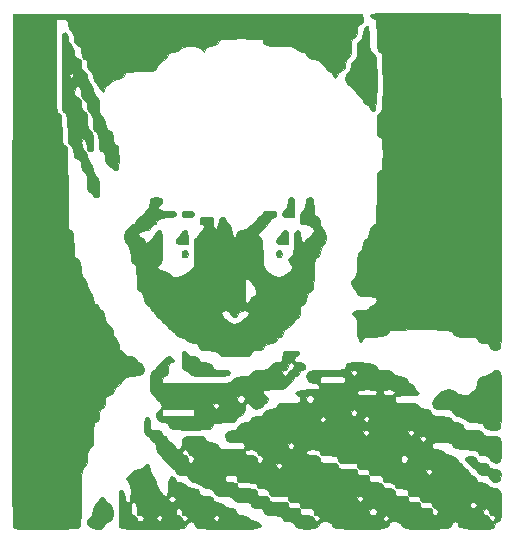
<source format=gbo>
G04 #@! TF.GenerationSoftware,KiCad,Pcbnew,(5.0.0)*
G04 #@! TF.CreationDate,2019-01-21T00:51:31-08:00*
G04 #@! TF.ProjectId,Display,446973706C61792E6B696361645F7063,rev?*
G04 #@! TF.SameCoordinates,Original*
G04 #@! TF.FileFunction,Legend,Bot*
G04 #@! TF.FilePolarity,Positive*
%FSLAX46Y46*%
G04 Gerber Fmt 4.6, Leading zero omitted, Abs format (unit mm)*
G04 Created by KiCad (PCBNEW (5.0.0)) date 01/21/19 00:51:31*
%MOMM*%
%LPD*%
G01*
G04 APERTURE LIST*
%ADD10C,0.010000*%
G04 APERTURE END LIST*
D10*
G04 #@! TO.C,G\002A\002A\002A*
G36*
X165341665Y-86290692D02*
X165208666Y-86545476D01*
X165163500Y-86830892D01*
X165066824Y-87195082D01*
X164909500Y-87375999D01*
X164756241Y-87542568D01*
X164678545Y-87806516D01*
X164655595Y-88242294D01*
X164655500Y-88284478D01*
X164641950Y-88709337D01*
X164587461Y-88946859D01*
X164471280Y-89062902D01*
X164401500Y-89090500D01*
X164214505Y-89229310D01*
X164148998Y-89527102D01*
X164147500Y-89607058D01*
X164100660Y-89939494D01*
X163965559Y-90043000D01*
X163786198Y-90149031D01*
X163700091Y-90306165D01*
X163661086Y-90641844D01*
X163726322Y-90956161D01*
X163868637Y-91156963D01*
X163959420Y-91186000D01*
X164126785Y-91260660D01*
X164147500Y-91322956D01*
X164232783Y-91480618D01*
X164452336Y-91741302D01*
X164655500Y-91948000D01*
X164936144Y-92239159D01*
X165120637Y-92471825D01*
X165163500Y-92564484D01*
X165268483Y-92701619D01*
X165417500Y-92773500D01*
X165622858Y-92891374D01*
X165671500Y-92981629D01*
X165752468Y-93172815D01*
X165833864Y-93271506D01*
X166003224Y-93369191D01*
X166151364Y-93267794D01*
X166217477Y-93070391D01*
X166266959Y-92672652D01*
X166300105Y-92126944D01*
X166317206Y-91485636D01*
X166318556Y-90801092D01*
X166304449Y-90125680D01*
X166275177Y-89511767D01*
X166231035Y-89011719D01*
X166172315Y-88677903D01*
X166125072Y-88573428D01*
X165912581Y-88422137D01*
X165807572Y-88392000D01*
X165732855Y-88270752D01*
X165686042Y-87927859D01*
X165671500Y-87449887D01*
X165659851Y-86820127D01*
X165620512Y-86420337D01*
X165546894Y-86227363D01*
X165432410Y-86218053D01*
X165341665Y-86290692D01*
X165341665Y-86290692D01*
G37*
X165341665Y-86290692D02*
X165208666Y-86545476D01*
X165163500Y-86830892D01*
X165066824Y-87195082D01*
X164909500Y-87375999D01*
X164756241Y-87542568D01*
X164678545Y-87806516D01*
X164655595Y-88242294D01*
X164655500Y-88284478D01*
X164641950Y-88709337D01*
X164587461Y-88946859D01*
X164471280Y-89062902D01*
X164401500Y-89090500D01*
X164214505Y-89229310D01*
X164148998Y-89527102D01*
X164147500Y-89607058D01*
X164100660Y-89939494D01*
X163965559Y-90043000D01*
X163786198Y-90149031D01*
X163700091Y-90306165D01*
X163661086Y-90641844D01*
X163726322Y-90956161D01*
X163868637Y-91156963D01*
X163959420Y-91186000D01*
X164126785Y-91260660D01*
X164147500Y-91322956D01*
X164232783Y-91480618D01*
X164452336Y-91741302D01*
X164655500Y-91948000D01*
X164936144Y-92239159D01*
X165120637Y-92471825D01*
X165163500Y-92564484D01*
X165268483Y-92701619D01*
X165417500Y-92773500D01*
X165622858Y-92891374D01*
X165671500Y-92981629D01*
X165752468Y-93172815D01*
X165833864Y-93271506D01*
X166003224Y-93369191D01*
X166151364Y-93267794D01*
X166217477Y-93070391D01*
X166266959Y-92672652D01*
X166300105Y-92126944D01*
X166317206Y-91485636D01*
X166318556Y-90801092D01*
X166304449Y-90125680D01*
X166275177Y-89511767D01*
X166231035Y-89011719D01*
X166172315Y-88677903D01*
X166125072Y-88573428D01*
X165912581Y-88422137D01*
X165807572Y-88392000D01*
X165732855Y-88270752D01*
X165686042Y-87927859D01*
X165671500Y-87449887D01*
X165659851Y-86820127D01*
X165620512Y-86420337D01*
X165546894Y-86227363D01*
X165432410Y-86218053D01*
X165341665Y-86290692D01*
G36*
X139814237Y-86749107D02*
X139754996Y-86792400D01*
X139710629Y-86899337D01*
X139678989Y-87098376D01*
X139657928Y-87417973D01*
X139645297Y-87886588D01*
X139638950Y-88532677D01*
X139636738Y-89384698D01*
X139636500Y-90106500D01*
X139638454Y-91140832D01*
X139645226Y-91947201D01*
X139658184Y-92551620D01*
X139678696Y-92980102D01*
X139708128Y-93258660D01*
X139747849Y-93413307D01*
X139799225Y-93470057D01*
X139813413Y-93472000D01*
X139954252Y-93515266D01*
X140050163Y-93669539D01*
X140108754Y-93971524D01*
X140137630Y-94457931D01*
X140144500Y-95069887D01*
X140152600Y-95651324D01*
X140180765Y-96018357D01*
X140234792Y-96210183D01*
X140320478Y-96265996D01*
X140321413Y-96266000D01*
X140522694Y-96382846D01*
X140633325Y-96719813D01*
X140652500Y-97024619D01*
X140712037Y-97311928D01*
X140932336Y-97450980D01*
X140970000Y-97461151D01*
X141197209Y-97570517D01*
X141281136Y-97798619D01*
X141287500Y-97954883D01*
X141380322Y-98366647D01*
X141541500Y-98552000D01*
X141694760Y-98718568D01*
X141772456Y-98982516D01*
X141795406Y-99418294D01*
X141795500Y-99460478D01*
X141809051Y-99885337D01*
X141863540Y-100122859D01*
X141979721Y-100238902D01*
X142049500Y-100266500D01*
X142255440Y-100407626D01*
X142303500Y-100529058D01*
X142409256Y-100676566D01*
X142557500Y-100711000D01*
X142696848Y-100684401D01*
X142773515Y-100566624D01*
X142805648Y-100300695D01*
X142811500Y-99913536D01*
X142796036Y-99444349D01*
X142737423Y-99157186D01*
X142617332Y-98981288D01*
X142557500Y-98933000D01*
X142347630Y-98635855D01*
X142303500Y-98361500D01*
X142208108Y-97971802D01*
X142049500Y-97790000D01*
X141837837Y-97485727D01*
X141795500Y-97190463D01*
X141747143Y-96871152D01*
X141607420Y-96774000D01*
X141436929Y-96663671D01*
X141330111Y-96394088D01*
X141314085Y-96057350D01*
X141348215Y-95893776D01*
X141435400Y-95714593D01*
X141560046Y-95760955D01*
X141613682Y-95812039D01*
X141745404Y-96065635D01*
X141795500Y-96383928D01*
X141833386Y-96666846D01*
X141975489Y-96768860D01*
X142049500Y-96774000D01*
X142188848Y-96747401D01*
X142265515Y-96629624D01*
X142297648Y-96363695D01*
X142303500Y-95976536D01*
X142288036Y-95507349D01*
X142229423Y-95220186D01*
X142109332Y-95044288D01*
X142049500Y-94996000D01*
X141889438Y-94816723D01*
X141812563Y-94529237D01*
X141795500Y-94142463D01*
X141774173Y-93720290D01*
X141703574Y-93511430D01*
X141618588Y-93472000D01*
X141416996Y-93354933D01*
X141306835Y-93014545D01*
X141287500Y-92699612D01*
X141247087Y-92436667D01*
X141151429Y-92329000D01*
X140920102Y-92224680D01*
X140722039Y-91986027D01*
X140652500Y-91757499D01*
X140737442Y-91489329D01*
X140814864Y-91386493D01*
X141009958Y-91309982D01*
X141176803Y-91442878D01*
X141275720Y-91740845D01*
X141287500Y-91914603D01*
X141384218Y-92274937D01*
X141541500Y-92456000D01*
X141751371Y-92753144D01*
X141795500Y-93027500D01*
X141890893Y-93417197D01*
X142049500Y-93599000D01*
X142209563Y-93778276D01*
X142286438Y-94065762D01*
X142303500Y-94452536D01*
X142324828Y-94874709D01*
X142395427Y-95083569D01*
X142480413Y-95123000D01*
X142657854Y-95204467D01*
X142764214Y-95468054D01*
X142808775Y-95942542D01*
X142811500Y-96149387D01*
X142835824Y-96555879D01*
X142915411Y-96747492D01*
X142988413Y-96774000D01*
X143190005Y-96891066D01*
X143300166Y-97231454D01*
X143319500Y-97546387D01*
X143368649Y-97820504D01*
X143481964Y-97917000D01*
X143675394Y-98010788D01*
X143827500Y-98171000D01*
X144055722Y-98369370D01*
X144236537Y-98425000D01*
X144347128Y-98396911D01*
X144414743Y-98280277D01*
X144449547Y-98026541D01*
X144461703Y-97587147D01*
X144462500Y-97345500D01*
X144452999Y-96796546D01*
X144420107Y-96460891D01*
X144357246Y-96298392D01*
X144285588Y-96266000D01*
X144083996Y-96148933D01*
X143973835Y-95808545D01*
X143954500Y-95493612D01*
X143914087Y-95230667D01*
X143818429Y-95123000D01*
X143570966Y-95010310D01*
X143385177Y-94729461D01*
X143319500Y-94398107D01*
X143222824Y-94033917D01*
X143065500Y-93853000D01*
X142901435Y-93665855D01*
X142825324Y-93363818D01*
X142811500Y-93027500D01*
X142784262Y-92592906D01*
X142686533Y-92329965D01*
X142557500Y-92202000D01*
X142347630Y-91904855D01*
X142303500Y-91630500D01*
X142208108Y-91240802D01*
X142049500Y-91059000D01*
X141838613Y-90758046D01*
X141795500Y-90474275D01*
X141762643Y-90275556D01*
X140583092Y-90275556D01*
X140566186Y-90501154D01*
X140565834Y-90502075D01*
X140470193Y-90599719D01*
X140343830Y-90518308D01*
X140254754Y-90337356D01*
X140323497Y-90220520D01*
X140481221Y-90157642D01*
X140583092Y-90275556D01*
X141762643Y-90275556D01*
X141742993Y-90156714D01*
X141562661Y-90012222D01*
X141541500Y-90006201D01*
X141360974Y-89890837D01*
X141291822Y-89626670D01*
X141287500Y-89483389D01*
X141254161Y-89184933D01*
X141171911Y-89032197D01*
X141151429Y-89026999D01*
X140903966Y-88914310D01*
X140718177Y-88633461D01*
X140652500Y-88302107D01*
X140555824Y-87937917D01*
X140398500Y-87757000D01*
X140186837Y-87452727D01*
X140144500Y-87157463D01*
X140111721Y-86863025D01*
X139986170Y-86750287D01*
X139890500Y-86741000D01*
X139814237Y-86749107D01*
X139814237Y-86749107D01*
G37*
X139814237Y-86749107D02*
X139754996Y-86792400D01*
X139710629Y-86899337D01*
X139678989Y-87098376D01*
X139657928Y-87417973D01*
X139645297Y-87886588D01*
X139638950Y-88532677D01*
X139636738Y-89384698D01*
X139636500Y-90106500D01*
X139638454Y-91140832D01*
X139645226Y-91947201D01*
X139658184Y-92551620D01*
X139678696Y-92980102D01*
X139708128Y-93258660D01*
X139747849Y-93413307D01*
X139799225Y-93470057D01*
X139813413Y-93472000D01*
X139954252Y-93515266D01*
X140050163Y-93669539D01*
X140108754Y-93971524D01*
X140137630Y-94457931D01*
X140144500Y-95069887D01*
X140152600Y-95651324D01*
X140180765Y-96018357D01*
X140234792Y-96210183D01*
X140320478Y-96265996D01*
X140321413Y-96266000D01*
X140522694Y-96382846D01*
X140633325Y-96719813D01*
X140652500Y-97024619D01*
X140712037Y-97311928D01*
X140932336Y-97450980D01*
X140970000Y-97461151D01*
X141197209Y-97570517D01*
X141281136Y-97798619D01*
X141287500Y-97954883D01*
X141380322Y-98366647D01*
X141541500Y-98552000D01*
X141694760Y-98718568D01*
X141772456Y-98982516D01*
X141795406Y-99418294D01*
X141795500Y-99460478D01*
X141809051Y-99885337D01*
X141863540Y-100122859D01*
X141979721Y-100238902D01*
X142049500Y-100266500D01*
X142255440Y-100407626D01*
X142303500Y-100529058D01*
X142409256Y-100676566D01*
X142557500Y-100711000D01*
X142696848Y-100684401D01*
X142773515Y-100566624D01*
X142805648Y-100300695D01*
X142811500Y-99913536D01*
X142796036Y-99444349D01*
X142737423Y-99157186D01*
X142617332Y-98981288D01*
X142557500Y-98933000D01*
X142347630Y-98635855D01*
X142303500Y-98361500D01*
X142208108Y-97971802D01*
X142049500Y-97790000D01*
X141837837Y-97485727D01*
X141795500Y-97190463D01*
X141747143Y-96871152D01*
X141607420Y-96774000D01*
X141436929Y-96663671D01*
X141330111Y-96394088D01*
X141314085Y-96057350D01*
X141348215Y-95893776D01*
X141435400Y-95714593D01*
X141560046Y-95760955D01*
X141613682Y-95812039D01*
X141745404Y-96065635D01*
X141795500Y-96383928D01*
X141833386Y-96666846D01*
X141975489Y-96768860D01*
X142049500Y-96774000D01*
X142188848Y-96747401D01*
X142265515Y-96629624D01*
X142297648Y-96363695D01*
X142303500Y-95976536D01*
X142288036Y-95507349D01*
X142229423Y-95220186D01*
X142109332Y-95044288D01*
X142049500Y-94996000D01*
X141889438Y-94816723D01*
X141812563Y-94529237D01*
X141795500Y-94142463D01*
X141774173Y-93720290D01*
X141703574Y-93511430D01*
X141618588Y-93472000D01*
X141416996Y-93354933D01*
X141306835Y-93014545D01*
X141287500Y-92699612D01*
X141247087Y-92436667D01*
X141151429Y-92329000D01*
X140920102Y-92224680D01*
X140722039Y-91986027D01*
X140652500Y-91757499D01*
X140737442Y-91489329D01*
X140814864Y-91386493D01*
X141009958Y-91309982D01*
X141176803Y-91442878D01*
X141275720Y-91740845D01*
X141287500Y-91914603D01*
X141384218Y-92274937D01*
X141541500Y-92456000D01*
X141751371Y-92753144D01*
X141795500Y-93027500D01*
X141890893Y-93417197D01*
X142049500Y-93599000D01*
X142209563Y-93778276D01*
X142286438Y-94065762D01*
X142303500Y-94452536D01*
X142324828Y-94874709D01*
X142395427Y-95083569D01*
X142480413Y-95123000D01*
X142657854Y-95204467D01*
X142764214Y-95468054D01*
X142808775Y-95942542D01*
X142811500Y-96149387D01*
X142835824Y-96555879D01*
X142915411Y-96747492D01*
X142988413Y-96774000D01*
X143190005Y-96891066D01*
X143300166Y-97231454D01*
X143319500Y-97546387D01*
X143368649Y-97820504D01*
X143481964Y-97917000D01*
X143675394Y-98010788D01*
X143827500Y-98171000D01*
X144055722Y-98369370D01*
X144236537Y-98425000D01*
X144347128Y-98396911D01*
X144414743Y-98280277D01*
X144449547Y-98026541D01*
X144461703Y-97587147D01*
X144462500Y-97345500D01*
X144452999Y-96796546D01*
X144420107Y-96460891D01*
X144357246Y-96298392D01*
X144285588Y-96266000D01*
X144083996Y-96148933D01*
X143973835Y-95808545D01*
X143954500Y-95493612D01*
X143914087Y-95230667D01*
X143818429Y-95123000D01*
X143570966Y-95010310D01*
X143385177Y-94729461D01*
X143319500Y-94398107D01*
X143222824Y-94033917D01*
X143065500Y-93853000D01*
X142901435Y-93665855D01*
X142825324Y-93363818D01*
X142811500Y-93027500D01*
X142784262Y-92592906D01*
X142686533Y-92329965D01*
X142557500Y-92202000D01*
X142347630Y-91904855D01*
X142303500Y-91630500D01*
X142208108Y-91240802D01*
X142049500Y-91059000D01*
X141838613Y-90758046D01*
X141795500Y-90474275D01*
X141762643Y-90275556D01*
X140583092Y-90275556D01*
X140566186Y-90501154D01*
X140565834Y-90502075D01*
X140470193Y-90599719D01*
X140343830Y-90518308D01*
X140254754Y-90337356D01*
X140323497Y-90220520D01*
X140481221Y-90157642D01*
X140583092Y-90275556D01*
X141762643Y-90275556D01*
X141742993Y-90156714D01*
X141562661Y-90012222D01*
X141541500Y-90006201D01*
X141360974Y-89890837D01*
X141291822Y-89626670D01*
X141287500Y-89483389D01*
X141254161Y-89184933D01*
X141171911Y-89032197D01*
X141151429Y-89026999D01*
X140903966Y-88914310D01*
X140718177Y-88633461D01*
X140652500Y-88302107D01*
X140555824Y-87937917D01*
X140398500Y-87757000D01*
X140186837Y-87452727D01*
X140144500Y-87157463D01*
X140111721Y-86863025D01*
X139986170Y-86750287D01*
X139890500Y-86741000D01*
X139814237Y-86749107D01*
G36*
X149972148Y-101875300D02*
X149825262Y-101961391D01*
X149796500Y-102108000D01*
X149839101Y-102274176D01*
X150011284Y-102347619D01*
X150304500Y-102362000D01*
X150636853Y-102340699D01*
X150783739Y-102254608D01*
X150812500Y-102108000D01*
X150769900Y-101941823D01*
X150597717Y-101868380D01*
X150304500Y-101854000D01*
X149972148Y-101875300D01*
X149972148Y-101875300D01*
G37*
X149972148Y-101875300D02*
X149825262Y-101961391D01*
X149796500Y-102108000D01*
X149839101Y-102274176D01*
X150011284Y-102347619D01*
X150304500Y-102362000D01*
X150636853Y-102340699D01*
X150783739Y-102254608D01*
X150812500Y-102108000D01*
X150769900Y-101941823D01*
X150597717Y-101868380D01*
X150304500Y-101854000D01*
X149972148Y-101875300D01*
G36*
X158887924Y-100764745D02*
X158819165Y-100970601D01*
X158813500Y-101127463D01*
X158720971Y-101541203D01*
X158559500Y-101727000D01*
X158361130Y-101955221D01*
X158305500Y-102136036D01*
X158360291Y-102286294D01*
X158565082Y-102351933D01*
X158813500Y-102362000D01*
X159321500Y-102362000D01*
X159321500Y-101536500D01*
X159313584Y-101089752D01*
X159278322Y-100840680D01*
X159198445Y-100733157D01*
X159067500Y-100711000D01*
X158887924Y-100764745D01*
X158887924Y-100764745D01*
G37*
X158887924Y-100764745D02*
X158819165Y-100970601D01*
X158813500Y-101127463D01*
X158720971Y-101541203D01*
X158559500Y-101727000D01*
X158361130Y-101955221D01*
X158305500Y-102136036D01*
X158360291Y-102286294D01*
X158565082Y-102351933D01*
X158813500Y-102362000D01*
X159321500Y-102362000D01*
X159321500Y-101536500D01*
X159313584Y-101089752D01*
X159278322Y-100840680D01*
X159198445Y-100733157D01*
X159067500Y-100711000D01*
X158887924Y-100764745D01*
G36*
X149844398Y-103572797D02*
X149796500Y-103667463D01*
X149702712Y-103860893D01*
X149542500Y-104013000D01*
X149344130Y-104241221D01*
X149288500Y-104422036D01*
X149343291Y-104572294D01*
X149548082Y-104637933D01*
X149796500Y-104648000D01*
X150304500Y-104648000D01*
X150304500Y-104076500D01*
X150287881Y-103719357D01*
X150218873Y-103550475D01*
X150068747Y-103505218D01*
X150050500Y-103505000D01*
X149844398Y-103572797D01*
X149844398Y-103572797D01*
G37*
X149844398Y-103572797D02*
X149796500Y-103667463D01*
X149702712Y-103860893D01*
X149542500Y-104013000D01*
X149344130Y-104241221D01*
X149288500Y-104422036D01*
X149343291Y-104572294D01*
X149548082Y-104637933D01*
X149796500Y-104648000D01*
X150304500Y-104648000D01*
X150304500Y-104076500D01*
X150287881Y-103719357D01*
X150218873Y-103550475D01*
X150068747Y-103505218D01*
X150050500Y-103505000D01*
X149844398Y-103572797D01*
G36*
X158353398Y-103572797D02*
X158305500Y-103667463D01*
X158211712Y-103860893D01*
X158051500Y-104013000D01*
X157853130Y-104241221D01*
X157797500Y-104422036D01*
X157852291Y-104572294D01*
X158057082Y-104637933D01*
X158305500Y-104648000D01*
X158813500Y-104648000D01*
X158813500Y-104076500D01*
X158796881Y-103719357D01*
X158727873Y-103550475D01*
X158577747Y-103505218D01*
X158559500Y-103505000D01*
X158353398Y-103572797D01*
X158353398Y-103572797D01*
G37*
X158353398Y-103572797D02*
X158305500Y-103667463D01*
X158211712Y-103860893D01*
X158051500Y-104013000D01*
X157853130Y-104241221D01*
X157797500Y-104422036D01*
X157852291Y-104572294D01*
X158057082Y-104637933D01*
X158305500Y-104648000D01*
X158813500Y-104648000D01*
X158813500Y-104076500D01*
X158796881Y-103719357D01*
X158727873Y-103550475D01*
X158577747Y-103505218D01*
X158559500Y-103505000D01*
X158353398Y-103572797D01*
G36*
X149851323Y-105230413D02*
X149796500Y-105473500D01*
X149856031Y-105722471D01*
X150050500Y-105791000D01*
X150249678Y-105716586D01*
X150304500Y-105473500D01*
X150244970Y-105224528D01*
X150050500Y-105156000D01*
X149851323Y-105230413D01*
X149851323Y-105230413D01*
G37*
X149851323Y-105230413D02*
X149796500Y-105473500D01*
X149856031Y-105722471D01*
X150050500Y-105791000D01*
X150249678Y-105716586D01*
X150304500Y-105473500D01*
X150244970Y-105224528D01*
X150050500Y-105156000D01*
X149851323Y-105230413D01*
G36*
X157852323Y-105230413D02*
X157797500Y-105473500D01*
X157857031Y-105722471D01*
X158051500Y-105791000D01*
X158250678Y-105716586D01*
X158305500Y-105473500D01*
X158245970Y-105224528D01*
X158051500Y-105156000D01*
X157852323Y-105230413D01*
X157852323Y-105230413D01*
G37*
X157852323Y-105230413D02*
X157797500Y-105473500D01*
X157857031Y-105722471D01*
X158051500Y-105791000D01*
X158250678Y-105716586D01*
X158305500Y-105473500D01*
X158245970Y-105224528D01*
X158051500Y-105156000D01*
X157852323Y-105230413D01*
G36*
X168327394Y-85111163D02*
X167483635Y-85115646D01*
X166796297Y-85123243D01*
X166293751Y-85133771D01*
X166004365Y-85147050D01*
X165951933Y-85153703D01*
X165754118Y-85226865D01*
X165779562Y-85338320D01*
X165847612Y-85411254D01*
X166061261Y-85565404D01*
X166170429Y-85597999D01*
X166240705Y-85721602D01*
X166286542Y-86080806D01*
X166305961Y-86658211D01*
X166306500Y-86794112D01*
X166315466Y-87473825D01*
X166347431Y-87936712D01*
X166410004Y-88219482D01*
X166510789Y-88358841D01*
X166637588Y-88392000D01*
X166699277Y-88432195D01*
X166745335Y-88572466D01*
X166777818Y-88842341D01*
X166798784Y-89271350D01*
X166810288Y-89889021D01*
X166814388Y-90724883D01*
X166814500Y-90932000D01*
X166811701Y-91817694D01*
X166801931Y-92478965D01*
X166783134Y-92945340D01*
X166753253Y-93246349D01*
X166710232Y-93411520D01*
X166652014Y-93470381D01*
X166637588Y-93472000D01*
X166476945Y-93533756D01*
X166374640Y-93742828D01*
X166321051Y-94134921D01*
X166306500Y-94700776D01*
X166316254Y-95155270D01*
X166357012Y-95416809D01*
X166446025Y-95546064D01*
X166560501Y-95594201D01*
X166672528Y-95642522D01*
X166745803Y-95748232D01*
X166788450Y-95957661D01*
X166808593Y-96317142D01*
X166814355Y-96873006D01*
X166814500Y-97042812D01*
X166807987Y-97673397D01*
X166785241Y-98087790D01*
X166741457Y-98323544D01*
X166671829Y-98418209D01*
X166637588Y-98425000D01*
X166522928Y-98450895D01*
X166437824Y-98549877D01*
X166378022Y-98753890D01*
X166339270Y-99094875D01*
X166317316Y-99604777D01*
X166307905Y-100315539D01*
X166306500Y-100911887D01*
X166298486Y-101807871D01*
X166274351Y-102452446D01*
X166233959Y-102847698D01*
X166177175Y-102995715D01*
X166170429Y-102997000D01*
X165921870Y-103110234D01*
X165737365Y-103395193D01*
X165671500Y-103741370D01*
X165605743Y-104063010D01*
X165417500Y-104203500D01*
X165223979Y-104353534D01*
X165163600Y-104672830D01*
X165163500Y-104692021D01*
X165069970Y-105098698D01*
X164909500Y-105283000D01*
X164776171Y-105416777D01*
X164698781Y-105621014D01*
X164663271Y-105958972D01*
X164655500Y-106426000D01*
X164645530Y-106937069D01*
X164606248Y-107257859D01*
X164523596Y-107451632D01*
X164401501Y-107569000D01*
X164183587Y-107854355D01*
X164186426Y-108180864D01*
X164401500Y-108458000D01*
X164597865Y-108654244D01*
X164655500Y-108789948D01*
X164751981Y-108956284D01*
X165054445Y-109055173D01*
X165582421Y-109092382D01*
X165681888Y-109093000D01*
X166055349Y-109104240D01*
X166240236Y-109159079D01*
X166301695Y-109289195D01*
X166306500Y-109396732D01*
X166221868Y-109661646D01*
X165989000Y-109780151D01*
X165750602Y-109904182D01*
X165671500Y-110047919D01*
X165595091Y-110171542D01*
X165336913Y-110228237D01*
X165090929Y-110236000D01*
X164638476Y-110278329D01*
X164353039Y-110390910D01*
X164263039Y-110552126D01*
X164396895Y-110740365D01*
X164412522Y-110751943D01*
X164547190Y-110896715D01*
X164622053Y-111130123D01*
X164652327Y-111517621D01*
X164655500Y-111797107D01*
X164686083Y-112399739D01*
X164778804Y-112764189D01*
X164837319Y-112848960D01*
X164988729Y-112956285D01*
X165077719Y-112841924D01*
X165099877Y-112776389D01*
X165173291Y-112641231D01*
X165325606Y-112564166D01*
X165616228Y-112529621D01*
X166070130Y-112522000D01*
X166703258Y-112482900D01*
X167108777Y-112361703D01*
X167301366Y-112152561D01*
X167322500Y-112023071D01*
X167436840Y-111971190D01*
X167783636Y-111931965D01*
X168368552Y-111905109D01*
X169197255Y-111890331D01*
X169989500Y-111887000D01*
X171006370Y-111892833D01*
X171775168Y-111910527D01*
X172301560Y-111940369D01*
X172591211Y-111982650D01*
X172656500Y-112023071D01*
X172754645Y-112275301D01*
X173058865Y-112436855D01*
X173583836Y-112513580D01*
X173908871Y-112522000D01*
X174384313Y-112530746D01*
X174665430Y-112567351D01*
X174811600Y-112647359D01*
X174879001Y-112776000D01*
X175017811Y-112962995D01*
X175315603Y-113028502D01*
X175395559Y-113030000D01*
X175685907Y-113064788D01*
X175828503Y-113150126D01*
X175831500Y-113166071D01*
X175926755Y-113427260D01*
X176155784Y-113592257D01*
X176433488Y-113642028D01*
X176674767Y-113557543D01*
X176784682Y-113379250D01*
X176793584Y-113216248D01*
X176801529Y-112815904D01*
X176808478Y-112194875D01*
X176814390Y-111369817D01*
X176819225Y-110357386D01*
X176822945Y-109174240D01*
X176825508Y-107837034D01*
X176826875Y-106362425D01*
X176827006Y-104767070D01*
X176825861Y-103067624D01*
X176823400Y-101280745D01*
X176819583Y-99423089D01*
X176818852Y-99123500D01*
X176784000Y-85153500D01*
X171513500Y-85118199D01*
X170370696Y-85112258D01*
X169299204Y-85109973D01*
X168327394Y-85111163D01*
X168327394Y-85111163D01*
G37*
X168327394Y-85111163D02*
X167483635Y-85115646D01*
X166796297Y-85123243D01*
X166293751Y-85133771D01*
X166004365Y-85147050D01*
X165951933Y-85153703D01*
X165754118Y-85226865D01*
X165779562Y-85338320D01*
X165847612Y-85411254D01*
X166061261Y-85565404D01*
X166170429Y-85597999D01*
X166240705Y-85721602D01*
X166286542Y-86080806D01*
X166305961Y-86658211D01*
X166306500Y-86794112D01*
X166315466Y-87473825D01*
X166347431Y-87936712D01*
X166410004Y-88219482D01*
X166510789Y-88358841D01*
X166637588Y-88392000D01*
X166699277Y-88432195D01*
X166745335Y-88572466D01*
X166777818Y-88842341D01*
X166798784Y-89271350D01*
X166810288Y-89889021D01*
X166814388Y-90724883D01*
X166814500Y-90932000D01*
X166811701Y-91817694D01*
X166801931Y-92478965D01*
X166783134Y-92945340D01*
X166753253Y-93246349D01*
X166710232Y-93411520D01*
X166652014Y-93470381D01*
X166637588Y-93472000D01*
X166476945Y-93533756D01*
X166374640Y-93742828D01*
X166321051Y-94134921D01*
X166306500Y-94700776D01*
X166316254Y-95155270D01*
X166357012Y-95416809D01*
X166446025Y-95546064D01*
X166560501Y-95594201D01*
X166672528Y-95642522D01*
X166745803Y-95748232D01*
X166788450Y-95957661D01*
X166808593Y-96317142D01*
X166814355Y-96873006D01*
X166814500Y-97042812D01*
X166807987Y-97673397D01*
X166785241Y-98087790D01*
X166741457Y-98323544D01*
X166671829Y-98418209D01*
X166637588Y-98425000D01*
X166522928Y-98450895D01*
X166437824Y-98549877D01*
X166378022Y-98753890D01*
X166339270Y-99094875D01*
X166317316Y-99604777D01*
X166307905Y-100315539D01*
X166306500Y-100911887D01*
X166298486Y-101807871D01*
X166274351Y-102452446D01*
X166233959Y-102847698D01*
X166177175Y-102995715D01*
X166170429Y-102997000D01*
X165921870Y-103110234D01*
X165737365Y-103395193D01*
X165671500Y-103741370D01*
X165605743Y-104063010D01*
X165417500Y-104203500D01*
X165223979Y-104353534D01*
X165163600Y-104672830D01*
X165163500Y-104692021D01*
X165069970Y-105098698D01*
X164909500Y-105283000D01*
X164776171Y-105416777D01*
X164698781Y-105621014D01*
X164663271Y-105958972D01*
X164655500Y-106426000D01*
X164645530Y-106937069D01*
X164606248Y-107257859D01*
X164523596Y-107451632D01*
X164401501Y-107569000D01*
X164183587Y-107854355D01*
X164186426Y-108180864D01*
X164401500Y-108458000D01*
X164597865Y-108654244D01*
X164655500Y-108789948D01*
X164751981Y-108956284D01*
X165054445Y-109055173D01*
X165582421Y-109092382D01*
X165681888Y-109093000D01*
X166055349Y-109104240D01*
X166240236Y-109159079D01*
X166301695Y-109289195D01*
X166306500Y-109396732D01*
X166221868Y-109661646D01*
X165989000Y-109780151D01*
X165750602Y-109904182D01*
X165671500Y-110047919D01*
X165595091Y-110171542D01*
X165336913Y-110228237D01*
X165090929Y-110236000D01*
X164638476Y-110278329D01*
X164353039Y-110390910D01*
X164263039Y-110552126D01*
X164396895Y-110740365D01*
X164412522Y-110751943D01*
X164547190Y-110896715D01*
X164622053Y-111130123D01*
X164652327Y-111517621D01*
X164655500Y-111797107D01*
X164686083Y-112399739D01*
X164778804Y-112764189D01*
X164837319Y-112848960D01*
X164988729Y-112956285D01*
X165077719Y-112841924D01*
X165099877Y-112776389D01*
X165173291Y-112641231D01*
X165325606Y-112564166D01*
X165616228Y-112529621D01*
X166070130Y-112522000D01*
X166703258Y-112482900D01*
X167108777Y-112361703D01*
X167301366Y-112152561D01*
X167322500Y-112023071D01*
X167436840Y-111971190D01*
X167783636Y-111931965D01*
X168368552Y-111905109D01*
X169197255Y-111890331D01*
X169989500Y-111887000D01*
X171006370Y-111892833D01*
X171775168Y-111910527D01*
X172301560Y-111940369D01*
X172591211Y-111982650D01*
X172656500Y-112023071D01*
X172754645Y-112275301D01*
X173058865Y-112436855D01*
X173583836Y-112513580D01*
X173908871Y-112522000D01*
X174384313Y-112530746D01*
X174665430Y-112567351D01*
X174811600Y-112647359D01*
X174879001Y-112776000D01*
X175017811Y-112962995D01*
X175315603Y-113028502D01*
X175395559Y-113030000D01*
X175685907Y-113064788D01*
X175828503Y-113150126D01*
X175831500Y-113166071D01*
X175926755Y-113427260D01*
X176155784Y-113592257D01*
X176433488Y-113642028D01*
X176674767Y-113557543D01*
X176784682Y-113379250D01*
X176793584Y-113216248D01*
X176801529Y-112815904D01*
X176808478Y-112194875D01*
X176814390Y-111369817D01*
X176819225Y-110357386D01*
X176822945Y-109174240D01*
X176825508Y-107837034D01*
X176826875Y-106362425D01*
X176827006Y-104767070D01*
X176825861Y-103067624D01*
X176823400Y-101280745D01*
X176819583Y-99423089D01*
X176818852Y-99123500D01*
X176784000Y-85153500D01*
X171513500Y-85118199D01*
X170370696Y-85112258D01*
X169299204Y-85109973D01*
X168327394Y-85111163D01*
G36*
X147312107Y-100725101D02*
X147167482Y-100807355D01*
X147130527Y-101017691D01*
X147129500Y-101127463D01*
X147036971Y-101541203D01*
X146875500Y-101727000D01*
X146678837Y-101927793D01*
X146621500Y-102070116D01*
X146513638Y-102218829D01*
X146315006Y-102307085D01*
X146029072Y-102495700D01*
X145931586Y-102690505D01*
X145827440Y-102923195D01*
X145724308Y-102997000D01*
X145553646Y-103079536D01*
X145310443Y-103281025D01*
X145282228Y-103308727D01*
X145048220Y-103674704D01*
X144960613Y-104101617D01*
X145022886Y-104501088D01*
X145224500Y-104775000D01*
X145384563Y-104954276D01*
X145461438Y-105241762D01*
X145478500Y-105628536D01*
X145499828Y-106050709D01*
X145570427Y-106259569D01*
X145655413Y-106299000D01*
X145808795Y-106353391D01*
X145908934Y-106541079D01*
X145964889Y-106898835D01*
X145985720Y-107463429D01*
X145986500Y-107642887D01*
X146004013Y-108160202D01*
X146053537Y-108484319D01*
X146122572Y-108585000D01*
X146371131Y-108698234D01*
X146555636Y-108983193D01*
X146621500Y-109329370D01*
X146687258Y-109651010D01*
X146875500Y-109791500D01*
X147081158Y-109920626D01*
X147129500Y-110026021D01*
X147223011Y-110212484D01*
X147383500Y-110363000D01*
X147580000Y-110561289D01*
X147637500Y-110699978D01*
X147742881Y-110858037D01*
X147891500Y-110934500D01*
X148097440Y-111075626D01*
X148145500Y-111197058D01*
X148246641Y-111359953D01*
X148327442Y-111379000D01*
X148508528Y-111484769D01*
X148590000Y-111633000D01*
X148707875Y-111838357D01*
X148798130Y-111887000D01*
X149006270Y-111982711D01*
X149207567Y-112192348D01*
X149288500Y-112385928D01*
X149398132Y-112484269D01*
X149641464Y-112522000D01*
X149996101Y-112618709D01*
X150177500Y-112776000D01*
X150481293Y-112987559D01*
X150774617Y-113030000D01*
X151080988Y-113070135D01*
X151230282Y-113228897D01*
X151268349Y-113347500D01*
X151345461Y-113540745D01*
X151499300Y-113634591D01*
X151805239Y-113663694D01*
X151958881Y-113665000D01*
X152505880Y-113692231D01*
X152831986Y-113779994D01*
X152965044Y-113937393D01*
X152971500Y-113996087D01*
X153023576Y-114078481D01*
X153205211Y-114131952D01*
X153554523Y-114161614D01*
X154109626Y-114172580D01*
X154290188Y-114173000D01*
X154884389Y-114169172D01*
X155272140Y-114151882D01*
X155500945Y-114112419D01*
X155618311Y-114042070D01*
X155671743Y-113932124D01*
X155675299Y-113919000D01*
X155790663Y-113738473D01*
X156054830Y-113669321D01*
X156198111Y-113665000D01*
X156496567Y-113631660D01*
X156649303Y-113549410D01*
X156654500Y-113528928D01*
X156767735Y-113280369D01*
X157052694Y-113095864D01*
X157398871Y-113030000D01*
X157720511Y-112964242D01*
X157861000Y-112776000D01*
X157996229Y-112570194D01*
X158109791Y-112522000D01*
X158263142Y-112413800D01*
X158357652Y-112204500D01*
X158461633Y-111966585D01*
X158567693Y-111887000D01*
X158748207Y-111798608D01*
X158991130Y-111590363D01*
X159210367Y-111347656D01*
X159319824Y-111155881D01*
X159321500Y-111139330D01*
X159426414Y-111005625D01*
X159575500Y-110934500D01*
X159751635Y-110812776D01*
X159822930Y-110550671D01*
X159823932Y-110522045D01*
X155500868Y-110522045D01*
X155418150Y-110705334D01*
X155203912Y-110951317D01*
X154740739Y-111295495D01*
X154258143Y-111388232D01*
X153773260Y-111229439D01*
X153433334Y-110960300D01*
X153184820Y-110685156D01*
X153111016Y-110510744D01*
X153178207Y-110388800D01*
X153474896Y-110237573D01*
X153753141Y-110291251D01*
X153929369Y-110531654D01*
X153935349Y-110553500D01*
X154058932Y-110757293D01*
X154251555Y-110871780D01*
X154426007Y-110868715D01*
X154495500Y-110734928D01*
X154602433Y-110466993D01*
X154860170Y-110299609D01*
X155174116Y-110267781D01*
X155431522Y-110388546D01*
X155500868Y-110522045D01*
X159823932Y-110522045D01*
X159829500Y-110363000D01*
X159863558Y-110011791D01*
X159987472Y-109834676D01*
X160083500Y-109791500D01*
X160283744Y-109629175D01*
X160337500Y-109329370D01*
X160413398Y-108958535D01*
X160604397Y-108683265D01*
X160738308Y-108626554D01*
X156142443Y-108626554D01*
X156083986Y-108897505D01*
X155892500Y-109029500D01*
X155687188Y-109145796D01*
X155638500Y-109233918D01*
X155560498Y-109424456D01*
X155479750Y-109528805D01*
X155319521Y-109623765D01*
X155210910Y-109497847D01*
X155149914Y-109140653D01*
X155132445Y-108627137D01*
X155141900Y-108057822D01*
X155185356Y-107719743D01*
X155280295Y-107590673D01*
X155444199Y-107648385D01*
X155694552Y-107870652D01*
X155712994Y-107889026D01*
X156016467Y-108275707D01*
X156142443Y-108626554D01*
X160738308Y-108626554D01*
X160836429Y-108585000D01*
X160906705Y-108461397D01*
X160952542Y-108102193D01*
X160971961Y-107524788D01*
X160972500Y-107388887D01*
X160981466Y-106709174D01*
X161013431Y-106246287D01*
X161076004Y-105963517D01*
X161176789Y-105824158D01*
X161303588Y-105791000D01*
X161439297Y-105674579D01*
X161480500Y-105374536D01*
X161573030Y-104960796D01*
X161734500Y-104775000D01*
X161923864Y-104530924D01*
X161988010Y-104128071D01*
X161988500Y-104076500D01*
X161935481Y-103654020D01*
X161759741Y-103397188D01*
X161734500Y-103378000D01*
X161523613Y-103077046D01*
X161480500Y-102793275D01*
X161427993Y-102475714D01*
X161247661Y-102331222D01*
X161226500Y-102325201D01*
X161083771Y-102253688D01*
X161006669Y-102092460D01*
X160976241Y-101778810D01*
X160972500Y-101484889D01*
X160966018Y-101058504D01*
X160930378Y-100826871D01*
X160841293Y-100730788D01*
X160674474Y-100711054D01*
X160655000Y-100711000D01*
X160425860Y-100753590D01*
X160343924Y-100932693D01*
X160337500Y-101081612D01*
X160287319Y-101551903D01*
X160141410Y-101808895D01*
X160006413Y-101854000D01*
X159886336Y-101947088D01*
X159833737Y-102246421D01*
X159829500Y-102425500D01*
X159840298Y-102776849D01*
X159904079Y-102943252D01*
X160067930Y-102993692D01*
X160219572Y-102997000D01*
X160627433Y-103083125D01*
X160896882Y-103311159D01*
X160972500Y-103568500D01*
X160883445Y-103829349D01*
X160680347Y-104056655D01*
X160482130Y-104140000D01*
X160345772Y-104244979D01*
X160273877Y-104394389D01*
X160187438Y-104567456D01*
X160059353Y-104513094D01*
X160011319Y-104466960D01*
X159879597Y-104213364D01*
X159829500Y-103895071D01*
X159791615Y-103612153D01*
X159649512Y-103510139D01*
X159575500Y-103505000D01*
X159447518Y-103526756D01*
X159371508Y-103626533D01*
X159334163Y-103856089D01*
X159322176Y-104267183D01*
X159321500Y-104492963D01*
X159312161Y-105011370D01*
X159275158Y-105338310D01*
X159197013Y-105535919D01*
X159067500Y-105664000D01*
X158844489Y-105933014D01*
X158867587Y-106215009D01*
X159053668Y-106416029D01*
X159186239Y-106532559D01*
X159188811Y-106651416D01*
X159040795Y-106838866D01*
X158867401Y-107015566D01*
X158397076Y-107362551D01*
X157929803Y-107455978D01*
X157459883Y-107295801D01*
X157094767Y-107001733D01*
X156889110Y-106787782D01*
X156760172Y-106601889D01*
X156690042Y-106378031D01*
X156660811Y-106050185D01*
X156654568Y-105552327D01*
X156654500Y-105378769D01*
X156647752Y-104806985D01*
X156620969Y-104434264D01*
X156564350Y-104205878D01*
X156468092Y-104067097D01*
X156411252Y-104020749D01*
X156283487Y-103908614D01*
X156276784Y-103793246D01*
X156414108Y-103615602D01*
X156665252Y-103367669D01*
X156941352Y-103088407D01*
X157121903Y-102878961D01*
X157162500Y-102807385D01*
X157255988Y-102636299D01*
X157458658Y-102453201D01*
X157653820Y-102362259D01*
X157661429Y-102362000D01*
X157771951Y-102255718D01*
X157797500Y-102108000D01*
X157760107Y-101949270D01*
X157604838Y-101874211D01*
X157267056Y-101854096D01*
X157226000Y-101854000D01*
X156842860Y-101881196D01*
X156671954Y-101970573D01*
X156654500Y-102035941D01*
X156548731Y-102217027D01*
X156400500Y-102298500D01*
X156195202Y-102414317D01*
X156146500Y-102501791D01*
X156063356Y-102656465D01*
X155851841Y-102912190D01*
X155706234Y-103064733D01*
X155282821Y-103397917D01*
X154894752Y-103504999D01*
X154894502Y-103505000D01*
X154603120Y-103558092D01*
X154461297Y-103760108D01*
X154442014Y-103827817D01*
X154365186Y-104044622D01*
X154261491Y-104042429D01*
X154174246Y-103963888D01*
X154034580Y-103701864D01*
X153987500Y-103415107D01*
X153890824Y-103050917D01*
X153733500Y-102870000D01*
X153536773Y-102668217D01*
X153479500Y-102524463D01*
X153373504Y-102392636D01*
X153225500Y-102362000D01*
X153041275Y-102420181D01*
X152974847Y-102638410D01*
X152971500Y-102752071D01*
X152924751Y-103068680D01*
X152812125Y-103306582D01*
X152675056Y-103413164D01*
X152554978Y-103335811D01*
X152539336Y-103300849D01*
X152482870Y-103029826D01*
X152463500Y-102732612D01*
X152446012Y-102504647D01*
X152347644Y-102396669D01*
X152099539Y-102364025D01*
X151892000Y-102362000D01*
X151539340Y-102375159D01*
X151372253Y-102439844D01*
X151322683Y-102593863D01*
X151320500Y-102679500D01*
X151386741Y-102934857D01*
X151511000Y-102997000D01*
X151666143Y-103102879D01*
X151701500Y-103251000D01*
X151627870Y-103456977D01*
X151524768Y-103505000D01*
X151364939Y-103613275D01*
X151268349Y-103822500D01*
X151144318Y-104060898D01*
X151000581Y-104140000D01*
X150910853Y-104184827D01*
X150854009Y-104347343D01*
X150823515Y-104669598D01*
X150812840Y-105193642D01*
X150812500Y-105350733D01*
X150812500Y-106561466D01*
X150372234Y-107001733D01*
X149944551Y-107314769D01*
X149496108Y-107455410D01*
X149088296Y-107416470D01*
X148782506Y-107190767D01*
X148780500Y-107188000D01*
X148521026Y-106987873D01*
X148298893Y-106934000D01*
X147989372Y-106864568D01*
X147829950Y-106763592D01*
X147734663Y-106608173D01*
X147844694Y-106461501D01*
X147902522Y-106418056D01*
X148011583Y-106311231D01*
X148082522Y-106145828D01*
X148123225Y-105871733D01*
X148141576Y-105438830D01*
X148145500Y-104873963D01*
X148142466Y-104269817D01*
X148127879Y-103875308D01*
X148093512Y-103646094D01*
X148031137Y-103537835D01*
X147932528Y-103506188D01*
X147891500Y-103505000D01*
X147685158Y-103559936D01*
X147637500Y-103636233D01*
X147554203Y-103796370D01*
X147342509Y-104055304D01*
X147200517Y-104204450D01*
X146937091Y-104455945D01*
X146793566Y-104540935D01*
X146716590Y-104478660D01*
X146683959Y-104390717D01*
X146565998Y-104187103D01*
X146476871Y-104140000D01*
X146285685Y-104059032D01*
X146186994Y-103977636D01*
X146109552Y-103782731D01*
X146243024Y-103617182D01*
X146544441Y-103518079D01*
X146734582Y-103504999D01*
X147055283Y-103437564D01*
X147193000Y-103251000D01*
X147334127Y-103045060D01*
X147455559Y-102997000D01*
X147618922Y-102920652D01*
X147637500Y-102860928D01*
X147753913Y-102600407D01*
X148083168Y-102429281D01*
X148595294Y-102362402D01*
X148644429Y-102362000D01*
X149028616Y-102349008D01*
X149221519Y-102293710D01*
X149285232Y-102171617D01*
X149288500Y-102108000D01*
X149255558Y-101956489D01*
X149115337Y-101880415D01*
X148805745Y-101855289D01*
X148644429Y-101854000D01*
X148230686Y-101819667D01*
X147913966Y-101732562D01*
X147734683Y-101616524D01*
X147733249Y-101495392D01*
X147891111Y-101409623D01*
X148104911Y-101223098D01*
X148145500Y-101019941D01*
X148116348Y-100820663D01*
X147981517Y-100732109D01*
X147669947Y-100711062D01*
X147637500Y-100711000D01*
X147312107Y-100725101D01*
X147312107Y-100725101D01*
G37*
X147312107Y-100725101D02*
X147167482Y-100807355D01*
X147130527Y-101017691D01*
X147129500Y-101127463D01*
X147036971Y-101541203D01*
X146875500Y-101727000D01*
X146678837Y-101927793D01*
X146621500Y-102070116D01*
X146513638Y-102218829D01*
X146315006Y-102307085D01*
X146029072Y-102495700D01*
X145931586Y-102690505D01*
X145827440Y-102923195D01*
X145724308Y-102997000D01*
X145553646Y-103079536D01*
X145310443Y-103281025D01*
X145282228Y-103308727D01*
X145048220Y-103674704D01*
X144960613Y-104101617D01*
X145022886Y-104501088D01*
X145224500Y-104775000D01*
X145384563Y-104954276D01*
X145461438Y-105241762D01*
X145478500Y-105628536D01*
X145499828Y-106050709D01*
X145570427Y-106259569D01*
X145655413Y-106299000D01*
X145808795Y-106353391D01*
X145908934Y-106541079D01*
X145964889Y-106898835D01*
X145985720Y-107463429D01*
X145986500Y-107642887D01*
X146004013Y-108160202D01*
X146053537Y-108484319D01*
X146122572Y-108585000D01*
X146371131Y-108698234D01*
X146555636Y-108983193D01*
X146621500Y-109329370D01*
X146687258Y-109651010D01*
X146875500Y-109791500D01*
X147081158Y-109920626D01*
X147129500Y-110026021D01*
X147223011Y-110212484D01*
X147383500Y-110363000D01*
X147580000Y-110561289D01*
X147637500Y-110699978D01*
X147742881Y-110858037D01*
X147891500Y-110934500D01*
X148097440Y-111075626D01*
X148145500Y-111197058D01*
X148246641Y-111359953D01*
X148327442Y-111379000D01*
X148508528Y-111484769D01*
X148590000Y-111633000D01*
X148707875Y-111838357D01*
X148798130Y-111887000D01*
X149006270Y-111982711D01*
X149207567Y-112192348D01*
X149288500Y-112385928D01*
X149398132Y-112484269D01*
X149641464Y-112522000D01*
X149996101Y-112618709D01*
X150177500Y-112776000D01*
X150481293Y-112987559D01*
X150774617Y-113030000D01*
X151080988Y-113070135D01*
X151230282Y-113228897D01*
X151268349Y-113347500D01*
X151345461Y-113540745D01*
X151499300Y-113634591D01*
X151805239Y-113663694D01*
X151958881Y-113665000D01*
X152505880Y-113692231D01*
X152831986Y-113779994D01*
X152965044Y-113937393D01*
X152971500Y-113996087D01*
X153023576Y-114078481D01*
X153205211Y-114131952D01*
X153554523Y-114161614D01*
X154109626Y-114172580D01*
X154290188Y-114173000D01*
X154884389Y-114169172D01*
X155272140Y-114151882D01*
X155500945Y-114112419D01*
X155618311Y-114042070D01*
X155671743Y-113932124D01*
X155675299Y-113919000D01*
X155790663Y-113738473D01*
X156054830Y-113669321D01*
X156198111Y-113665000D01*
X156496567Y-113631660D01*
X156649303Y-113549410D01*
X156654500Y-113528928D01*
X156767735Y-113280369D01*
X157052694Y-113095864D01*
X157398871Y-113030000D01*
X157720511Y-112964242D01*
X157861000Y-112776000D01*
X157996229Y-112570194D01*
X158109791Y-112522000D01*
X158263142Y-112413800D01*
X158357652Y-112204500D01*
X158461633Y-111966585D01*
X158567693Y-111887000D01*
X158748207Y-111798608D01*
X158991130Y-111590363D01*
X159210367Y-111347656D01*
X159319824Y-111155881D01*
X159321500Y-111139330D01*
X159426414Y-111005625D01*
X159575500Y-110934500D01*
X159751635Y-110812776D01*
X159822930Y-110550671D01*
X159823932Y-110522045D01*
X155500868Y-110522045D01*
X155418150Y-110705334D01*
X155203912Y-110951317D01*
X154740739Y-111295495D01*
X154258143Y-111388232D01*
X153773260Y-111229439D01*
X153433334Y-110960300D01*
X153184820Y-110685156D01*
X153111016Y-110510744D01*
X153178207Y-110388800D01*
X153474896Y-110237573D01*
X153753141Y-110291251D01*
X153929369Y-110531654D01*
X153935349Y-110553500D01*
X154058932Y-110757293D01*
X154251555Y-110871780D01*
X154426007Y-110868715D01*
X154495500Y-110734928D01*
X154602433Y-110466993D01*
X154860170Y-110299609D01*
X155174116Y-110267781D01*
X155431522Y-110388546D01*
X155500868Y-110522045D01*
X159823932Y-110522045D01*
X159829500Y-110363000D01*
X159863558Y-110011791D01*
X159987472Y-109834676D01*
X160083500Y-109791500D01*
X160283744Y-109629175D01*
X160337500Y-109329370D01*
X160413398Y-108958535D01*
X160604397Y-108683265D01*
X160738308Y-108626554D01*
X156142443Y-108626554D01*
X156083986Y-108897505D01*
X155892500Y-109029500D01*
X155687188Y-109145796D01*
X155638500Y-109233918D01*
X155560498Y-109424456D01*
X155479750Y-109528805D01*
X155319521Y-109623765D01*
X155210910Y-109497847D01*
X155149914Y-109140653D01*
X155132445Y-108627137D01*
X155141900Y-108057822D01*
X155185356Y-107719743D01*
X155280295Y-107590673D01*
X155444199Y-107648385D01*
X155694552Y-107870652D01*
X155712994Y-107889026D01*
X156016467Y-108275707D01*
X156142443Y-108626554D01*
X160738308Y-108626554D01*
X160836429Y-108585000D01*
X160906705Y-108461397D01*
X160952542Y-108102193D01*
X160971961Y-107524788D01*
X160972500Y-107388887D01*
X160981466Y-106709174D01*
X161013431Y-106246287D01*
X161076004Y-105963517D01*
X161176789Y-105824158D01*
X161303588Y-105791000D01*
X161439297Y-105674579D01*
X161480500Y-105374536D01*
X161573030Y-104960796D01*
X161734500Y-104775000D01*
X161923864Y-104530924D01*
X161988010Y-104128071D01*
X161988500Y-104076500D01*
X161935481Y-103654020D01*
X161759741Y-103397188D01*
X161734500Y-103378000D01*
X161523613Y-103077046D01*
X161480500Y-102793275D01*
X161427993Y-102475714D01*
X161247661Y-102331222D01*
X161226500Y-102325201D01*
X161083771Y-102253688D01*
X161006669Y-102092460D01*
X160976241Y-101778810D01*
X160972500Y-101484889D01*
X160966018Y-101058504D01*
X160930378Y-100826871D01*
X160841293Y-100730788D01*
X160674474Y-100711054D01*
X160655000Y-100711000D01*
X160425860Y-100753590D01*
X160343924Y-100932693D01*
X160337500Y-101081612D01*
X160287319Y-101551903D01*
X160141410Y-101808895D01*
X160006413Y-101854000D01*
X159886336Y-101947088D01*
X159833737Y-102246421D01*
X159829500Y-102425500D01*
X159840298Y-102776849D01*
X159904079Y-102943252D01*
X160067930Y-102993692D01*
X160219572Y-102997000D01*
X160627433Y-103083125D01*
X160896882Y-103311159D01*
X160972500Y-103568500D01*
X160883445Y-103829349D01*
X160680347Y-104056655D01*
X160482130Y-104140000D01*
X160345772Y-104244979D01*
X160273877Y-104394389D01*
X160187438Y-104567456D01*
X160059353Y-104513094D01*
X160011319Y-104466960D01*
X159879597Y-104213364D01*
X159829500Y-103895071D01*
X159791615Y-103612153D01*
X159649512Y-103510139D01*
X159575500Y-103505000D01*
X159447518Y-103526756D01*
X159371508Y-103626533D01*
X159334163Y-103856089D01*
X159322176Y-104267183D01*
X159321500Y-104492963D01*
X159312161Y-105011370D01*
X159275158Y-105338310D01*
X159197013Y-105535919D01*
X159067500Y-105664000D01*
X158844489Y-105933014D01*
X158867587Y-106215009D01*
X159053668Y-106416029D01*
X159186239Y-106532559D01*
X159188811Y-106651416D01*
X159040795Y-106838866D01*
X158867401Y-107015566D01*
X158397076Y-107362551D01*
X157929803Y-107455978D01*
X157459883Y-107295801D01*
X157094767Y-107001733D01*
X156889110Y-106787782D01*
X156760172Y-106601889D01*
X156690042Y-106378031D01*
X156660811Y-106050185D01*
X156654568Y-105552327D01*
X156654500Y-105378769D01*
X156647752Y-104806985D01*
X156620969Y-104434264D01*
X156564350Y-104205878D01*
X156468092Y-104067097D01*
X156411252Y-104020749D01*
X156283487Y-103908614D01*
X156276784Y-103793246D01*
X156414108Y-103615602D01*
X156665252Y-103367669D01*
X156941352Y-103088407D01*
X157121903Y-102878961D01*
X157162500Y-102807385D01*
X157255988Y-102636299D01*
X157458658Y-102453201D01*
X157653820Y-102362259D01*
X157661429Y-102362000D01*
X157771951Y-102255718D01*
X157797500Y-102108000D01*
X157760107Y-101949270D01*
X157604838Y-101874211D01*
X157267056Y-101854096D01*
X157226000Y-101854000D01*
X156842860Y-101881196D01*
X156671954Y-101970573D01*
X156654500Y-102035941D01*
X156548731Y-102217027D01*
X156400500Y-102298500D01*
X156195202Y-102414317D01*
X156146500Y-102501791D01*
X156063356Y-102656465D01*
X155851841Y-102912190D01*
X155706234Y-103064733D01*
X155282821Y-103397917D01*
X154894752Y-103504999D01*
X154894502Y-103505000D01*
X154603120Y-103558092D01*
X154461297Y-103760108D01*
X154442014Y-103827817D01*
X154365186Y-104044622D01*
X154261491Y-104042429D01*
X154174246Y-103963888D01*
X154034580Y-103701864D01*
X153987500Y-103415107D01*
X153890824Y-103050917D01*
X153733500Y-102870000D01*
X153536773Y-102668217D01*
X153479500Y-102524463D01*
X153373504Y-102392636D01*
X153225500Y-102362000D01*
X153041275Y-102420181D01*
X152974847Y-102638410D01*
X152971500Y-102752071D01*
X152924751Y-103068680D01*
X152812125Y-103306582D01*
X152675056Y-103413164D01*
X152554978Y-103335811D01*
X152539336Y-103300849D01*
X152482870Y-103029826D01*
X152463500Y-102732612D01*
X152446012Y-102504647D01*
X152347644Y-102396669D01*
X152099539Y-102364025D01*
X151892000Y-102362000D01*
X151539340Y-102375159D01*
X151372253Y-102439844D01*
X151322683Y-102593863D01*
X151320500Y-102679500D01*
X151386741Y-102934857D01*
X151511000Y-102997000D01*
X151666143Y-103102879D01*
X151701500Y-103251000D01*
X151627870Y-103456977D01*
X151524768Y-103505000D01*
X151364939Y-103613275D01*
X151268349Y-103822500D01*
X151144318Y-104060898D01*
X151000581Y-104140000D01*
X150910853Y-104184827D01*
X150854009Y-104347343D01*
X150823515Y-104669598D01*
X150812840Y-105193642D01*
X150812500Y-105350733D01*
X150812500Y-106561466D01*
X150372234Y-107001733D01*
X149944551Y-107314769D01*
X149496108Y-107455410D01*
X149088296Y-107416470D01*
X148782506Y-107190767D01*
X148780500Y-107188000D01*
X148521026Y-106987873D01*
X148298893Y-106934000D01*
X147989372Y-106864568D01*
X147829950Y-106763592D01*
X147734663Y-106608173D01*
X147844694Y-106461501D01*
X147902522Y-106418056D01*
X148011583Y-106311231D01*
X148082522Y-106145828D01*
X148123225Y-105871733D01*
X148141576Y-105438830D01*
X148145500Y-104873963D01*
X148142466Y-104269817D01*
X148127879Y-103875308D01*
X148093512Y-103646094D01*
X148031137Y-103537835D01*
X147932528Y-103506188D01*
X147891500Y-103505000D01*
X147685158Y-103559936D01*
X147637500Y-103636233D01*
X147554203Y-103796370D01*
X147342509Y-104055304D01*
X147200517Y-104204450D01*
X146937091Y-104455945D01*
X146793566Y-104540935D01*
X146716590Y-104478660D01*
X146683959Y-104390717D01*
X146565998Y-104187103D01*
X146476871Y-104140000D01*
X146285685Y-104059032D01*
X146186994Y-103977636D01*
X146109552Y-103782731D01*
X146243024Y-103617182D01*
X146544441Y-103518079D01*
X146734582Y-103504999D01*
X147055283Y-103437564D01*
X147193000Y-103251000D01*
X147334127Y-103045060D01*
X147455559Y-102997000D01*
X147618922Y-102920652D01*
X147637500Y-102860928D01*
X147753913Y-102600407D01*
X148083168Y-102429281D01*
X148595294Y-102362402D01*
X148644429Y-102362000D01*
X149028616Y-102349008D01*
X149221519Y-102293710D01*
X149285232Y-102171617D01*
X149288500Y-102108000D01*
X149255558Y-101956489D01*
X149115337Y-101880415D01*
X148805745Y-101855289D01*
X148644429Y-101854000D01*
X148230686Y-101819667D01*
X147913966Y-101732562D01*
X147734683Y-101616524D01*
X147733249Y-101495392D01*
X147891111Y-101409623D01*
X148104911Y-101223098D01*
X148145500Y-101019941D01*
X148116348Y-100820663D01*
X147981517Y-100732109D01*
X147669947Y-100711062D01*
X147637500Y-100711000D01*
X147312107Y-100725101D01*
G36*
X149872417Y-113758417D02*
X149822162Y-113932317D01*
X149799855Y-114259181D01*
X149805410Y-114639523D01*
X149838741Y-114973858D01*
X149873588Y-115115112D01*
X150016507Y-115289975D01*
X150099552Y-115316000D01*
X150281926Y-115409345D01*
X150431500Y-115570000D01*
X150528369Y-115675381D01*
X150670083Y-115746949D01*
X150902359Y-115791133D01*
X151270915Y-115814364D01*
X151821467Y-115823071D01*
X152237537Y-115824000D01*
X152904874Y-115821777D01*
X153359041Y-115810851D01*
X153640856Y-115784834D01*
X153791137Y-115737336D01*
X153850704Y-115661970D01*
X153860500Y-115570000D01*
X153830182Y-115423213D01*
X153699098Y-115346746D01*
X153407054Y-115318709D01*
X153162000Y-115316000D01*
X152752229Y-115293120D01*
X152507949Y-115231563D01*
X152463500Y-115179928D01*
X152350266Y-114931369D01*
X152065307Y-114746864D01*
X151719130Y-114681000D01*
X151397490Y-114615242D01*
X151257000Y-114427000D01*
X151118190Y-114240004D01*
X150820398Y-114174497D01*
X150740442Y-114173000D01*
X150407259Y-114125332D01*
X150304500Y-113996087D01*
X150212548Y-113814859D01*
X150020897Y-113719140D01*
X149872417Y-113758417D01*
X149872417Y-113758417D01*
G37*
X149872417Y-113758417D02*
X149822162Y-113932317D01*
X149799855Y-114259181D01*
X149805410Y-114639523D01*
X149838741Y-114973858D01*
X149873588Y-115115112D01*
X150016507Y-115289975D01*
X150099552Y-115316000D01*
X150281926Y-115409345D01*
X150431500Y-115570000D01*
X150528369Y-115675381D01*
X150670083Y-115746949D01*
X150902359Y-115791133D01*
X151270915Y-115814364D01*
X151821467Y-115823071D01*
X152237537Y-115824000D01*
X152904874Y-115821777D01*
X153359041Y-115810851D01*
X153640856Y-115784834D01*
X153791137Y-115737336D01*
X153850704Y-115661970D01*
X153860500Y-115570000D01*
X153830182Y-115423213D01*
X153699098Y-115346746D01*
X153407054Y-115318709D01*
X153162000Y-115316000D01*
X152752229Y-115293120D01*
X152507949Y-115231563D01*
X152463500Y-115179928D01*
X152350266Y-114931369D01*
X152065307Y-114746864D01*
X151719130Y-114681000D01*
X151397490Y-114615242D01*
X151257000Y-114427000D01*
X151118190Y-114240004D01*
X150820398Y-114174497D01*
X150740442Y-114173000D01*
X150407259Y-114125332D01*
X150304500Y-113996087D01*
X150212548Y-113814859D01*
X150020897Y-113719140D01*
X149872417Y-113758417D01*
G36*
X158923280Y-113688737D02*
X158577758Y-113726338D01*
X158410743Y-113816731D01*
X158347051Y-114025261D01*
X158329584Y-114204750D01*
X158283351Y-114517970D01*
X158171393Y-114651826D01*
X157927604Y-114680953D01*
X157907763Y-114681000D01*
X157536414Y-114756822D01*
X157260899Y-114947715D01*
X157162500Y-115179928D01*
X157045228Y-115259950D01*
X156730510Y-115307558D01*
X156472559Y-115316000D01*
X156058921Y-115331148D01*
X155830829Y-115391409D01*
X155720861Y-115519006D01*
X155702000Y-115570000D01*
X155606787Y-115726081D01*
X155404200Y-115802462D01*
X155024399Y-115823914D01*
X154985871Y-115824000D01*
X154465465Y-115882163D01*
X154122317Y-116046053D01*
X153988242Y-116299769D01*
X153987500Y-116322928D01*
X153875688Y-116372587D01*
X153535955Y-116410723D01*
X152961859Y-116437637D01*
X152146958Y-116453629D01*
X151084807Y-116458998D01*
X151066500Y-116459000D01*
X148145500Y-116459000D01*
X148145500Y-116141500D01*
X148206969Y-115893239D01*
X148322413Y-115824000D01*
X148523694Y-115707153D01*
X148634325Y-115370186D01*
X148653500Y-115065380D01*
X148712553Y-114778824D01*
X148932918Y-114639314D01*
X148976318Y-114627513D01*
X149193123Y-114550685D01*
X149190930Y-114446990D01*
X149112389Y-114359745D01*
X148863928Y-114203616D01*
X148721839Y-114173000D01*
X148521322Y-114259163D01*
X148239442Y-114472118D01*
X147949397Y-114743567D01*
X147724386Y-115005208D01*
X147637500Y-115184766D01*
X147535724Y-115303499D01*
X147460588Y-115316000D01*
X147299945Y-115377756D01*
X147197640Y-115586828D01*
X147144051Y-115978921D01*
X147129500Y-116544776D01*
X147139254Y-116999270D01*
X147180012Y-117260809D01*
X147269025Y-117390064D01*
X147383500Y-117438201D01*
X147589695Y-117553813D01*
X147637500Y-117652275D01*
X147730806Y-117833655D01*
X147891500Y-117983000D01*
X148089157Y-118199437D01*
X148145500Y-118364000D01*
X148050568Y-118586444D01*
X147891500Y-118745000D01*
X147674759Y-119019119D01*
X147664620Y-119321528D01*
X147832301Y-119585070D01*
X148149020Y-119742585D01*
X148326929Y-119761000D01*
X148569858Y-119806374D01*
X148653500Y-119897071D01*
X148735100Y-120092139D01*
X148834929Y-120214571D01*
X149046112Y-120298794D01*
X149445180Y-120358608D01*
X149969852Y-120394166D01*
X150557844Y-120405622D01*
X151146875Y-120393128D01*
X151674660Y-120356838D01*
X152078919Y-120296905D01*
X152297369Y-120213483D01*
X152304750Y-120206029D01*
X152440322Y-119988338D01*
X152463500Y-119893360D01*
X152583419Y-119823034D01*
X152916221Y-119777028D01*
X153407442Y-119761000D01*
X153899071Y-119753269D01*
X154194458Y-119720567D01*
X154351139Y-119648631D01*
X154426647Y-119523198D01*
X154432000Y-119507000D01*
X154549875Y-119301642D01*
X154640130Y-119253000D01*
X154881836Y-119139798D01*
X155063148Y-118855210D01*
X155130500Y-118500071D01*
X155149589Y-118364000D01*
X152971500Y-118364000D01*
X152881698Y-118576256D01*
X152717500Y-118618000D01*
X150812500Y-118618000D01*
X150812500Y-119253000D01*
X148145500Y-119253000D01*
X148145500Y-118618000D01*
X150812500Y-118618000D01*
X152717500Y-118618000D01*
X152505244Y-118528197D01*
X152463500Y-118364000D01*
X152553303Y-118151743D01*
X152717500Y-118110000D01*
X152929757Y-118199802D01*
X152971500Y-118364000D01*
X155149589Y-118364000D01*
X155170604Y-118214212D01*
X155315344Y-118113327D01*
X155369688Y-118110000D01*
X155593166Y-118217266D01*
X155675299Y-118364000D01*
X155828658Y-118546757D01*
X156098011Y-118615111D01*
X156387497Y-118576607D01*
X156601258Y-118438792D01*
X156654500Y-118286912D01*
X156755319Y-118127307D01*
X156831413Y-118110000D01*
X157028891Y-118006283D01*
X157086981Y-117792500D01*
X155130500Y-117792500D01*
X155078046Y-118034182D01*
X154871511Y-118108659D01*
X154813000Y-118110000D01*
X154571318Y-118057545D01*
X154496841Y-117851010D01*
X154495500Y-117792500D01*
X154547955Y-117550817D01*
X154754490Y-117476340D01*
X154813000Y-117475000D01*
X155054683Y-117527454D01*
X155129160Y-117733989D01*
X155130500Y-117792500D01*
X157086981Y-117792500D01*
X157095350Y-117761704D01*
X157069709Y-117633750D01*
X156911238Y-117488400D01*
X156834417Y-117475000D01*
X156688538Y-117369218D01*
X156654500Y-117221000D01*
X156678379Y-117087766D01*
X156786142Y-117011310D01*
X157031987Y-116976220D01*
X157470106Y-116967085D01*
X157547734Y-116967000D01*
X158026957Y-116958837D01*
X158337811Y-116915521D01*
X158565833Y-116808811D01*
X158796560Y-116610467D01*
X158881234Y-116526733D01*
X159138178Y-116244955D01*
X159296803Y-116023167D01*
X159321500Y-115955233D01*
X159423670Y-115837370D01*
X159503442Y-115824000D01*
X159684528Y-115718230D01*
X159766000Y-115570000D01*
X159901306Y-115364192D01*
X160014971Y-115316000D01*
X160208782Y-115215113D01*
X160241705Y-115157250D01*
X160248422Y-114998500D01*
X159321500Y-114998500D01*
X159261970Y-115247471D01*
X159067500Y-115316000D01*
X158855244Y-115405802D01*
X158813500Y-115570000D01*
X158723698Y-115782256D01*
X158559500Y-115824000D01*
X158347244Y-115734197D01*
X158305500Y-115570000D01*
X158395303Y-115357743D01*
X158559500Y-115316000D01*
X158758678Y-115241586D01*
X158813500Y-114998500D01*
X158873031Y-114749528D01*
X159067500Y-114681000D01*
X159266678Y-114755413D01*
X159321500Y-114998500D01*
X160248422Y-114998500D01*
X160253568Y-114876892D01*
X160045745Y-114717100D01*
X159755417Y-114681000D01*
X159453523Y-114651049D01*
X159333963Y-114534924D01*
X159321500Y-114427000D01*
X159395205Y-114221024D01*
X159498413Y-114173000D01*
X159682338Y-114086242D01*
X159761082Y-113903305D01*
X159695840Y-113740191D01*
X159651389Y-113715680D01*
X159422620Y-113682898D01*
X159059419Y-113681226D01*
X158923280Y-113688737D01*
X158923280Y-113688737D01*
G37*
X158923280Y-113688737D02*
X158577758Y-113726338D01*
X158410743Y-113816731D01*
X158347051Y-114025261D01*
X158329584Y-114204750D01*
X158283351Y-114517970D01*
X158171393Y-114651826D01*
X157927604Y-114680953D01*
X157907763Y-114681000D01*
X157536414Y-114756822D01*
X157260899Y-114947715D01*
X157162500Y-115179928D01*
X157045228Y-115259950D01*
X156730510Y-115307558D01*
X156472559Y-115316000D01*
X156058921Y-115331148D01*
X155830829Y-115391409D01*
X155720861Y-115519006D01*
X155702000Y-115570000D01*
X155606787Y-115726081D01*
X155404200Y-115802462D01*
X155024399Y-115823914D01*
X154985871Y-115824000D01*
X154465465Y-115882163D01*
X154122317Y-116046053D01*
X153988242Y-116299769D01*
X153987500Y-116322928D01*
X153875688Y-116372587D01*
X153535955Y-116410723D01*
X152961859Y-116437637D01*
X152146958Y-116453629D01*
X151084807Y-116458998D01*
X151066500Y-116459000D01*
X148145500Y-116459000D01*
X148145500Y-116141500D01*
X148206969Y-115893239D01*
X148322413Y-115824000D01*
X148523694Y-115707153D01*
X148634325Y-115370186D01*
X148653500Y-115065380D01*
X148712553Y-114778824D01*
X148932918Y-114639314D01*
X148976318Y-114627513D01*
X149193123Y-114550685D01*
X149190930Y-114446990D01*
X149112389Y-114359745D01*
X148863928Y-114203616D01*
X148721839Y-114173000D01*
X148521322Y-114259163D01*
X148239442Y-114472118D01*
X147949397Y-114743567D01*
X147724386Y-115005208D01*
X147637500Y-115184766D01*
X147535724Y-115303499D01*
X147460588Y-115316000D01*
X147299945Y-115377756D01*
X147197640Y-115586828D01*
X147144051Y-115978921D01*
X147129500Y-116544776D01*
X147139254Y-116999270D01*
X147180012Y-117260809D01*
X147269025Y-117390064D01*
X147383500Y-117438201D01*
X147589695Y-117553813D01*
X147637500Y-117652275D01*
X147730806Y-117833655D01*
X147891500Y-117983000D01*
X148089157Y-118199437D01*
X148145500Y-118364000D01*
X148050568Y-118586444D01*
X147891500Y-118745000D01*
X147674759Y-119019119D01*
X147664620Y-119321528D01*
X147832301Y-119585070D01*
X148149020Y-119742585D01*
X148326929Y-119761000D01*
X148569858Y-119806374D01*
X148653500Y-119897071D01*
X148735100Y-120092139D01*
X148834929Y-120214571D01*
X149046112Y-120298794D01*
X149445180Y-120358608D01*
X149969852Y-120394166D01*
X150557844Y-120405622D01*
X151146875Y-120393128D01*
X151674660Y-120356838D01*
X152078919Y-120296905D01*
X152297369Y-120213483D01*
X152304750Y-120206029D01*
X152440322Y-119988338D01*
X152463500Y-119893360D01*
X152583419Y-119823034D01*
X152916221Y-119777028D01*
X153407442Y-119761000D01*
X153899071Y-119753269D01*
X154194458Y-119720567D01*
X154351139Y-119648631D01*
X154426647Y-119523198D01*
X154432000Y-119507000D01*
X154549875Y-119301642D01*
X154640130Y-119253000D01*
X154881836Y-119139798D01*
X155063148Y-118855210D01*
X155130500Y-118500071D01*
X155149589Y-118364000D01*
X152971500Y-118364000D01*
X152881698Y-118576256D01*
X152717500Y-118618000D01*
X150812500Y-118618000D01*
X150812500Y-119253000D01*
X148145500Y-119253000D01*
X148145500Y-118618000D01*
X150812500Y-118618000D01*
X152717500Y-118618000D01*
X152505244Y-118528197D01*
X152463500Y-118364000D01*
X152553303Y-118151743D01*
X152717500Y-118110000D01*
X152929757Y-118199802D01*
X152971500Y-118364000D01*
X155149589Y-118364000D01*
X155170604Y-118214212D01*
X155315344Y-118113327D01*
X155369688Y-118110000D01*
X155593166Y-118217266D01*
X155675299Y-118364000D01*
X155828658Y-118546757D01*
X156098011Y-118615111D01*
X156387497Y-118576607D01*
X156601258Y-118438792D01*
X156654500Y-118286912D01*
X156755319Y-118127307D01*
X156831413Y-118110000D01*
X157028891Y-118006283D01*
X157086981Y-117792500D01*
X155130500Y-117792500D01*
X155078046Y-118034182D01*
X154871511Y-118108659D01*
X154813000Y-118110000D01*
X154571318Y-118057545D01*
X154496841Y-117851010D01*
X154495500Y-117792500D01*
X154547955Y-117550817D01*
X154754490Y-117476340D01*
X154813000Y-117475000D01*
X155054683Y-117527454D01*
X155129160Y-117733989D01*
X155130500Y-117792500D01*
X157086981Y-117792500D01*
X157095350Y-117761704D01*
X157069709Y-117633750D01*
X156911238Y-117488400D01*
X156834417Y-117475000D01*
X156688538Y-117369218D01*
X156654500Y-117221000D01*
X156678379Y-117087766D01*
X156786142Y-117011310D01*
X157031987Y-116976220D01*
X157470106Y-116967085D01*
X157547734Y-116967000D01*
X158026957Y-116958837D01*
X158337811Y-116915521D01*
X158565833Y-116808811D01*
X158796560Y-116610467D01*
X158881234Y-116526733D01*
X159138178Y-116244955D01*
X159296803Y-116023167D01*
X159321500Y-115955233D01*
X159423670Y-115837370D01*
X159503442Y-115824000D01*
X159684528Y-115718230D01*
X159766000Y-115570000D01*
X159901306Y-115364192D01*
X160014971Y-115316000D01*
X160208782Y-115215113D01*
X160241705Y-115157250D01*
X160248422Y-114998500D01*
X159321500Y-114998500D01*
X159261970Y-115247471D01*
X159067500Y-115316000D01*
X158855244Y-115405802D01*
X158813500Y-115570000D01*
X158723698Y-115782256D01*
X158559500Y-115824000D01*
X158347244Y-115734197D01*
X158305500Y-115570000D01*
X158395303Y-115357743D01*
X158559500Y-115316000D01*
X158758678Y-115241586D01*
X158813500Y-114998500D01*
X158873031Y-114749528D01*
X159067500Y-114681000D01*
X159266678Y-114755413D01*
X159321500Y-114998500D01*
X160248422Y-114998500D01*
X160253568Y-114876892D01*
X160045745Y-114717100D01*
X159755417Y-114681000D01*
X159453523Y-114651049D01*
X159333963Y-114534924D01*
X159321500Y-114427000D01*
X159395205Y-114221024D01*
X159498413Y-114173000D01*
X159682338Y-114086242D01*
X159761082Y-113903305D01*
X159695840Y-113740191D01*
X159651389Y-113715680D01*
X159422620Y-113682898D01*
X159059419Y-113681226D01*
X158923280Y-113688737D01*
G36*
X176046394Y-115473657D02*
X175958500Y-115570000D01*
X175657237Y-115780965D01*
X175372552Y-115824000D01*
X175055839Y-115877702D01*
X174882325Y-116069912D01*
X174818362Y-116447285D01*
X174815500Y-116596387D01*
X174766352Y-116870504D01*
X174653037Y-116967000D01*
X174459607Y-117060788D01*
X174307500Y-117221000D01*
X174013086Y-117428851D01*
X173672500Y-117475000D01*
X173244105Y-117393727D01*
X173037500Y-117221000D01*
X172732852Y-116993661D01*
X172325655Y-116953149D01*
X171877300Y-117092278D01*
X171449177Y-117403865D01*
X171445767Y-117407266D01*
X171150089Y-117784138D01*
X171014880Y-118135961D01*
X171050967Y-118411458D01*
X171206388Y-118540912D01*
X171447936Y-118586617D01*
X171830200Y-118614254D01*
X172031888Y-118618000D01*
X172406288Y-118643221D01*
X172625457Y-118709436D01*
X172656500Y-118754071D01*
X172766774Y-118996792D01*
X173032491Y-119187206D01*
X173317893Y-119253000D01*
X173623772Y-119351041D01*
X173799501Y-119507000D01*
X173978777Y-119667062D01*
X174266263Y-119743937D01*
X174653037Y-119761000D01*
X175049558Y-119784715D01*
X175284361Y-119847977D01*
X175323500Y-119897071D01*
X175433449Y-120124682D01*
X175707872Y-120296538D01*
X176063634Y-120395516D01*
X176417600Y-120404490D01*
X176686634Y-120306336D01*
X176770413Y-120195112D01*
X176798566Y-119995075D01*
X176820164Y-119594071D01*
X176835209Y-119045052D01*
X176843699Y-118400966D01*
X176845635Y-117714763D01*
X176841017Y-117039393D01*
X176829845Y-116427805D01*
X176812119Y-115932949D01*
X176787839Y-115607776D01*
X176770413Y-115516887D01*
X176593742Y-115348509D01*
X176319767Y-115336234D01*
X176046394Y-115473657D01*
X176046394Y-115473657D01*
G37*
X176046394Y-115473657D02*
X175958500Y-115570000D01*
X175657237Y-115780965D01*
X175372552Y-115824000D01*
X175055839Y-115877702D01*
X174882325Y-116069912D01*
X174818362Y-116447285D01*
X174815500Y-116596387D01*
X174766352Y-116870504D01*
X174653037Y-116967000D01*
X174459607Y-117060788D01*
X174307500Y-117221000D01*
X174013086Y-117428851D01*
X173672500Y-117475000D01*
X173244105Y-117393727D01*
X173037500Y-117221000D01*
X172732852Y-116993661D01*
X172325655Y-116953149D01*
X171877300Y-117092278D01*
X171449177Y-117403865D01*
X171445767Y-117407266D01*
X171150089Y-117784138D01*
X171014880Y-118135961D01*
X171050967Y-118411458D01*
X171206388Y-118540912D01*
X171447936Y-118586617D01*
X171830200Y-118614254D01*
X172031888Y-118618000D01*
X172406288Y-118643221D01*
X172625457Y-118709436D01*
X172656500Y-118754071D01*
X172766774Y-118996792D01*
X173032491Y-119187206D01*
X173317893Y-119253000D01*
X173623772Y-119351041D01*
X173799501Y-119507000D01*
X173978777Y-119667062D01*
X174266263Y-119743937D01*
X174653037Y-119761000D01*
X175049558Y-119784715D01*
X175284361Y-119847977D01*
X175323500Y-119897071D01*
X175433449Y-120124682D01*
X175707872Y-120296538D01*
X176063634Y-120395516D01*
X176417600Y-120404490D01*
X176686634Y-120306336D01*
X176770413Y-120195112D01*
X176798566Y-119995075D01*
X176820164Y-119594071D01*
X176835209Y-119045052D01*
X176843699Y-118400966D01*
X176845635Y-117714763D01*
X176841017Y-117039393D01*
X176829845Y-116427805D01*
X176812119Y-115932949D01*
X176787839Y-115607776D01*
X176770413Y-115516887D01*
X176593742Y-115348509D01*
X176319767Y-115336234D01*
X176046394Y-115473657D01*
G36*
X173879207Y-122707800D02*
X173811985Y-122838760D01*
X173895979Y-123017825D01*
X174134334Y-123279300D01*
X174406734Y-123528649D01*
X174614941Y-123678516D01*
X174669455Y-123698000D01*
X174791494Y-123803748D01*
X174852299Y-123952000D01*
X174967663Y-124132526D01*
X175231830Y-124201678D01*
X175375111Y-124206000D01*
X175673567Y-124239339D01*
X175826303Y-124321589D01*
X175831500Y-124342071D01*
X175939710Y-124580826D01*
X176194913Y-124774321D01*
X176455009Y-124841000D01*
X176699852Y-124729753D01*
X176793048Y-124532665D01*
X176829139Y-124088216D01*
X176674521Y-123809538D01*
X176331140Y-123699723D01*
X176267442Y-123698000D01*
X175934259Y-123650332D01*
X175831500Y-123521087D01*
X175715502Y-123321082D01*
X175391407Y-123208569D01*
X175122613Y-123190000D01*
X174889009Y-123142017D01*
X174815500Y-123053928D01*
X174708580Y-122785939D01*
X174450848Y-122618600D01*
X174136850Y-122586864D01*
X173879207Y-122707800D01*
X173879207Y-122707800D01*
G37*
X173879207Y-122707800D02*
X173811985Y-122838760D01*
X173895979Y-123017825D01*
X174134334Y-123279300D01*
X174406734Y-123528649D01*
X174614941Y-123678516D01*
X174669455Y-123698000D01*
X174791494Y-123803748D01*
X174852299Y-123952000D01*
X174967663Y-124132526D01*
X175231830Y-124201678D01*
X175375111Y-124206000D01*
X175673567Y-124239339D01*
X175826303Y-124321589D01*
X175831500Y-124342071D01*
X175939710Y-124580826D01*
X176194913Y-124774321D01*
X176455009Y-124841000D01*
X176699852Y-124729753D01*
X176793048Y-124532665D01*
X176829139Y-124088216D01*
X176674521Y-123809538D01*
X176331140Y-123699723D01*
X176267442Y-123698000D01*
X175934259Y-123650332D01*
X175831500Y-123521087D01*
X175715502Y-123321082D01*
X175391407Y-123208569D01*
X175122613Y-123190000D01*
X174889009Y-123142017D01*
X174815500Y-123053928D01*
X174708580Y-122785939D01*
X174450848Y-122618600D01*
X174136850Y-122586864D01*
X173879207Y-122707800D01*
G36*
X135474250Y-106680000D02*
X135470903Y-109002678D01*
X135468444Y-111258835D01*
X135466849Y-113435178D01*
X135466099Y-115518416D01*
X135466173Y-117495256D01*
X135467050Y-119352408D01*
X135468708Y-121076578D01*
X135471128Y-122654476D01*
X135474289Y-124072808D01*
X135478169Y-125318284D01*
X135482748Y-126377611D01*
X135488004Y-127237498D01*
X135493918Y-127884652D01*
X135500469Y-128305781D01*
X135507634Y-128487594D01*
X135508419Y-128492250D01*
X135536682Y-128586758D01*
X135591414Y-128657664D01*
X135705258Y-128708281D01*
X135910855Y-128741927D01*
X136240846Y-128761918D01*
X136727872Y-128771568D01*
X137404576Y-128774196D01*
X138273670Y-128773169D01*
X139207238Y-128768372D01*
X139916929Y-128756462D01*
X140432813Y-128735490D01*
X140784963Y-128703507D01*
X141003448Y-128658561D01*
X141118339Y-128598703D01*
X141128750Y-128588029D01*
X141191190Y-128430365D01*
X141236852Y-128104437D01*
X141267152Y-127587896D01*
X141283505Y-126858388D01*
X141287500Y-126080896D01*
X141289122Y-125255413D01*
X141296484Y-124646927D01*
X141313329Y-124218444D01*
X141343402Y-123932968D01*
X141390445Y-123753503D01*
X141458204Y-123643057D01*
X141541500Y-123571000D01*
X141705566Y-123383855D01*
X141781677Y-123081818D01*
X141795500Y-122745500D01*
X141822739Y-122310906D01*
X141920468Y-122047965D01*
X142049500Y-121920000D01*
X142181050Y-121788857D01*
X142258247Y-121589287D01*
X142294571Y-121259153D01*
X142303500Y-120748963D01*
X142314448Y-120226534D01*
X142352152Y-119916625D01*
X142423907Y-119778502D01*
X142480413Y-119761000D01*
X142681670Y-119644170D01*
X142792337Y-119307465D01*
X142811500Y-119003425D01*
X142882734Y-118699590D01*
X143065500Y-118581201D01*
X143237413Y-118477706D01*
X143310099Y-118240242D01*
X143319500Y-118008657D01*
X143343310Y-117670084D01*
X143444875Y-117500008D01*
X143637000Y-117422848D01*
X143874955Y-117317417D01*
X143954500Y-117208623D01*
X144039741Y-117052357D01*
X144259195Y-116792646D01*
X144462500Y-116586000D01*
X144743369Y-116293149D01*
X144927857Y-116056701D01*
X144970500Y-115960956D01*
X145087035Y-115878785D01*
X145396622Y-115831011D01*
X145614572Y-115824000D01*
X146169564Y-115761132D01*
X146505721Y-115573132D01*
X146621445Y-115260909D01*
X146621500Y-115252500D01*
X146532445Y-114991650D01*
X146329347Y-114764344D01*
X146131130Y-114681000D01*
X145994721Y-114576031D01*
X145923000Y-114427000D01*
X145784190Y-114240004D01*
X145486398Y-114174497D01*
X145406442Y-114173000D01*
X145074006Y-114126159D01*
X144970500Y-113991058D01*
X144864731Y-113809972D01*
X144716500Y-113728500D01*
X144522979Y-113578465D01*
X144462600Y-113259169D01*
X144462500Y-113239978D01*
X144368970Y-112833301D01*
X144208500Y-112649000D01*
X144001876Y-112362277D01*
X143954500Y-112103892D01*
X143876939Y-111744354D01*
X143683636Y-111474421D01*
X143455572Y-111379000D01*
X143359031Y-111268926D01*
X143319500Y-111008387D01*
X143271381Y-110546501D01*
X143134118Y-110285555D01*
X143003225Y-110236000D01*
X142843773Y-110129725D01*
X142774702Y-109982000D01*
X142635734Y-109775450D01*
X142505890Y-109728000D01*
X142355207Y-109639779D01*
X142303860Y-109350626D01*
X142303500Y-109311536D01*
X142210971Y-108897796D01*
X142049500Y-108712000D01*
X141839630Y-108414855D01*
X141795500Y-108140500D01*
X141700108Y-107750802D01*
X141541500Y-107569000D01*
X141373255Y-107373320D01*
X141298199Y-107055574D01*
X141287500Y-106769892D01*
X141228216Y-106261744D01*
X141062612Y-105923627D01*
X140809065Y-105791593D01*
X140788572Y-105791000D01*
X140713855Y-105669752D01*
X140667042Y-105326859D01*
X140652500Y-104848887D01*
X140639100Y-104226307D01*
X140592860Y-103819841D01*
X140504722Y-103592719D01*
X140365625Y-103508169D01*
X140321413Y-103505000D01*
X140267425Y-103467982D01*
X140225243Y-103339713D01*
X140193532Y-103094365D01*
X140170955Y-102706112D01*
X140156174Y-102149128D01*
X140147855Y-101397586D01*
X140144660Y-100425660D01*
X140144500Y-100086387D01*
X140141724Y-99171439D01*
X140133899Y-98333946D01*
X140121777Y-97609296D01*
X140106114Y-97032877D01*
X140087662Y-96640076D01*
X140067413Y-96466887D01*
X139909607Y-96291710D01*
X139813413Y-96265999D01*
X139728823Y-96212311D01*
X139674838Y-96025384D01*
X139645930Y-95666420D01*
X139636574Y-95096625D01*
X139636500Y-95024036D01*
X139630830Y-94440158D01*
X139607420Y-94056297D01*
X139556671Y-93818604D01*
X139468985Y-93673226D01*
X139382500Y-93599000D01*
X139311049Y-93537968D01*
X139254415Y-93450924D01*
X139210880Y-93310182D01*
X139178726Y-93088060D01*
X139156234Y-92756873D01*
X139141686Y-92288940D01*
X139133364Y-91656576D01*
X139129549Y-90832098D01*
X139128523Y-89787823D01*
X139128500Y-89506963D01*
X139128500Y-85598000D01*
X139636500Y-85598000D01*
X139961894Y-85612101D01*
X140106519Y-85694355D01*
X140143474Y-85904691D01*
X140144500Y-86014463D01*
X140237030Y-86428203D01*
X140398500Y-86614000D01*
X140605125Y-86900722D01*
X140652500Y-87159107D01*
X140730062Y-87518645D01*
X140923365Y-87788578D01*
X141151429Y-87884000D01*
X141247970Y-87994073D01*
X141287500Y-88254612D01*
X141337682Y-88724903D01*
X141483591Y-88981895D01*
X141618588Y-89027000D01*
X141753799Y-89144459D01*
X141795500Y-89462941D01*
X141841798Y-89798577D01*
X142003192Y-89962232D01*
X142049500Y-89979500D01*
X142243022Y-90129534D01*
X142303401Y-90448830D01*
X142303500Y-90468021D01*
X142397031Y-90874698D01*
X142557500Y-91059000D01*
X142752755Y-91238862D01*
X142811500Y-91350107D01*
X142891949Y-91519251D01*
X142998246Y-91644888D01*
X143141804Y-91749700D01*
X143224895Y-91652589D01*
X143266014Y-91508817D01*
X143376203Y-91268245D01*
X143495732Y-91186000D01*
X143677960Y-91092660D01*
X143827500Y-90932000D01*
X144086975Y-90731873D01*
X144309108Y-90677999D01*
X144630866Y-90594813D01*
X144883283Y-90394367D01*
X144970500Y-90179071D01*
X145093615Y-90107758D01*
X145449466Y-90061670D01*
X146017815Y-90043238D01*
X146103113Y-90043000D01*
X146786631Y-90031592D01*
X147248220Y-89993664D01*
X147519086Y-89923656D01*
X147630435Y-89816009D01*
X147637500Y-89769639D01*
X147726560Y-89593493D01*
X147936322Y-89354759D01*
X148180659Y-89138288D01*
X148373445Y-89028932D01*
X148391308Y-89026999D01*
X148516048Y-88919177D01*
X148601349Y-88709499D01*
X148713867Y-88479532D01*
X148948879Y-88396990D01*
X149083732Y-88391999D01*
X149485998Y-88297910D01*
X149669501Y-88137999D01*
X149935625Y-87957826D01*
X150343498Y-87871951D01*
X150799168Y-87880006D01*
X151208685Y-87981623D01*
X151453573Y-88145002D01*
X151679939Y-88406004D01*
X151762778Y-88145002D01*
X151921247Y-87940778D01*
X152227130Y-87884000D01*
X152597965Y-87808102D01*
X152873235Y-87617103D01*
X152971500Y-87385071D01*
X153098013Y-87323267D01*
X153476943Y-87279991D01*
X154107382Y-87255312D01*
X154813000Y-87249000D01*
X155649419Y-87258348D01*
X156235077Y-87286347D01*
X156569065Y-87332932D01*
X156654500Y-87385071D01*
X156724573Y-87611538D01*
X156953878Y-87763662D01*
X157371048Y-87851048D01*
X158004717Y-87883306D01*
X158141393Y-87884000D01*
X158695201Y-87891020D01*
X159052530Y-87919506D01*
X159270692Y-87980595D01*
X159406997Y-88085423D01*
X159448500Y-88138000D01*
X159730677Y-88343043D01*
X159984537Y-88392000D01*
X160239629Y-88434264D01*
X160337500Y-88528071D01*
X160449197Y-88773566D01*
X160723325Y-88961432D01*
X161032702Y-89027000D01*
X161317738Y-89108223D01*
X161630920Y-89305842D01*
X161883943Y-89550780D01*
X161988499Y-89773960D01*
X161988501Y-89774669D01*
X162093414Y-89908374D01*
X162242500Y-89979500D01*
X162447858Y-90097374D01*
X162496500Y-90187629D01*
X162577787Y-90373999D01*
X162683246Y-90501888D01*
X162828188Y-90607921D01*
X162910741Y-90508903D01*
X162948252Y-90376822D01*
X163136974Y-90086379D01*
X163333006Y-89988085D01*
X163553295Y-89877381D01*
X163634076Y-89641923D01*
X163639501Y-89497116D01*
X163732322Y-89085352D01*
X163893501Y-88900000D01*
X164046760Y-88733431D01*
X164124456Y-88469483D01*
X164147406Y-88033705D01*
X164147501Y-87991521D01*
X164161051Y-87566662D01*
X164215540Y-87329140D01*
X164331721Y-87213097D01*
X164401500Y-87185499D01*
X164578754Y-87062107D01*
X164649578Y-86796394D01*
X164655500Y-86620253D01*
X164687053Y-86279372D01*
X164805596Y-86111833D01*
X164918263Y-86066910D01*
X165099259Y-85964740D01*
X165150128Y-85738833D01*
X165140513Y-85575848D01*
X165100000Y-85153500D01*
X135509000Y-85153500D01*
X135474250Y-106680000D01*
X135474250Y-106680000D01*
G37*
X135474250Y-106680000D02*
X135470903Y-109002678D01*
X135468444Y-111258835D01*
X135466849Y-113435178D01*
X135466099Y-115518416D01*
X135466173Y-117495256D01*
X135467050Y-119352408D01*
X135468708Y-121076578D01*
X135471128Y-122654476D01*
X135474289Y-124072808D01*
X135478169Y-125318284D01*
X135482748Y-126377611D01*
X135488004Y-127237498D01*
X135493918Y-127884652D01*
X135500469Y-128305781D01*
X135507634Y-128487594D01*
X135508419Y-128492250D01*
X135536682Y-128586758D01*
X135591414Y-128657664D01*
X135705258Y-128708281D01*
X135910855Y-128741927D01*
X136240846Y-128761918D01*
X136727872Y-128771568D01*
X137404576Y-128774196D01*
X138273670Y-128773169D01*
X139207238Y-128768372D01*
X139916929Y-128756462D01*
X140432813Y-128735490D01*
X140784963Y-128703507D01*
X141003448Y-128658561D01*
X141118339Y-128598703D01*
X141128750Y-128588029D01*
X141191190Y-128430365D01*
X141236852Y-128104437D01*
X141267152Y-127587896D01*
X141283505Y-126858388D01*
X141287500Y-126080896D01*
X141289122Y-125255413D01*
X141296484Y-124646927D01*
X141313329Y-124218444D01*
X141343402Y-123932968D01*
X141390445Y-123753503D01*
X141458204Y-123643057D01*
X141541500Y-123571000D01*
X141705566Y-123383855D01*
X141781677Y-123081818D01*
X141795500Y-122745500D01*
X141822739Y-122310906D01*
X141920468Y-122047965D01*
X142049500Y-121920000D01*
X142181050Y-121788857D01*
X142258247Y-121589287D01*
X142294571Y-121259153D01*
X142303500Y-120748963D01*
X142314448Y-120226534D01*
X142352152Y-119916625D01*
X142423907Y-119778502D01*
X142480413Y-119761000D01*
X142681670Y-119644170D01*
X142792337Y-119307465D01*
X142811500Y-119003425D01*
X142882734Y-118699590D01*
X143065500Y-118581201D01*
X143237413Y-118477706D01*
X143310099Y-118240242D01*
X143319500Y-118008657D01*
X143343310Y-117670084D01*
X143444875Y-117500008D01*
X143637000Y-117422848D01*
X143874955Y-117317417D01*
X143954500Y-117208623D01*
X144039741Y-117052357D01*
X144259195Y-116792646D01*
X144462500Y-116586000D01*
X144743369Y-116293149D01*
X144927857Y-116056701D01*
X144970500Y-115960956D01*
X145087035Y-115878785D01*
X145396622Y-115831011D01*
X145614572Y-115824000D01*
X146169564Y-115761132D01*
X146505721Y-115573132D01*
X146621445Y-115260909D01*
X146621500Y-115252500D01*
X146532445Y-114991650D01*
X146329347Y-114764344D01*
X146131130Y-114681000D01*
X145994721Y-114576031D01*
X145923000Y-114427000D01*
X145784190Y-114240004D01*
X145486398Y-114174497D01*
X145406442Y-114173000D01*
X145074006Y-114126159D01*
X144970500Y-113991058D01*
X144864731Y-113809972D01*
X144716500Y-113728500D01*
X144522979Y-113578465D01*
X144462600Y-113259169D01*
X144462500Y-113239978D01*
X144368970Y-112833301D01*
X144208500Y-112649000D01*
X144001876Y-112362277D01*
X143954500Y-112103892D01*
X143876939Y-111744354D01*
X143683636Y-111474421D01*
X143455572Y-111379000D01*
X143359031Y-111268926D01*
X143319500Y-111008387D01*
X143271381Y-110546501D01*
X143134118Y-110285555D01*
X143003225Y-110236000D01*
X142843773Y-110129725D01*
X142774702Y-109982000D01*
X142635734Y-109775450D01*
X142505890Y-109728000D01*
X142355207Y-109639779D01*
X142303860Y-109350626D01*
X142303500Y-109311536D01*
X142210971Y-108897796D01*
X142049500Y-108712000D01*
X141839630Y-108414855D01*
X141795500Y-108140500D01*
X141700108Y-107750802D01*
X141541500Y-107569000D01*
X141373255Y-107373320D01*
X141298199Y-107055574D01*
X141287500Y-106769892D01*
X141228216Y-106261744D01*
X141062612Y-105923627D01*
X140809065Y-105791593D01*
X140788572Y-105791000D01*
X140713855Y-105669752D01*
X140667042Y-105326859D01*
X140652500Y-104848887D01*
X140639100Y-104226307D01*
X140592860Y-103819841D01*
X140504722Y-103592719D01*
X140365625Y-103508169D01*
X140321413Y-103505000D01*
X140267425Y-103467982D01*
X140225243Y-103339713D01*
X140193532Y-103094365D01*
X140170955Y-102706112D01*
X140156174Y-102149128D01*
X140147855Y-101397586D01*
X140144660Y-100425660D01*
X140144500Y-100086387D01*
X140141724Y-99171439D01*
X140133899Y-98333946D01*
X140121777Y-97609296D01*
X140106114Y-97032877D01*
X140087662Y-96640076D01*
X140067413Y-96466887D01*
X139909607Y-96291710D01*
X139813413Y-96265999D01*
X139728823Y-96212311D01*
X139674838Y-96025384D01*
X139645930Y-95666420D01*
X139636574Y-95096625D01*
X139636500Y-95024036D01*
X139630830Y-94440158D01*
X139607420Y-94056297D01*
X139556671Y-93818604D01*
X139468985Y-93673226D01*
X139382500Y-93599000D01*
X139311049Y-93537968D01*
X139254415Y-93450924D01*
X139210880Y-93310182D01*
X139178726Y-93088060D01*
X139156234Y-92756873D01*
X139141686Y-92288940D01*
X139133364Y-91656576D01*
X139129549Y-90832098D01*
X139128523Y-89787823D01*
X139128500Y-89506963D01*
X139128500Y-85598000D01*
X139636500Y-85598000D01*
X139961894Y-85612101D01*
X140106519Y-85694355D01*
X140143474Y-85904691D01*
X140144500Y-86014463D01*
X140237030Y-86428203D01*
X140398500Y-86614000D01*
X140605125Y-86900722D01*
X140652500Y-87159107D01*
X140730062Y-87518645D01*
X140923365Y-87788578D01*
X141151429Y-87884000D01*
X141247970Y-87994073D01*
X141287500Y-88254612D01*
X141337682Y-88724903D01*
X141483591Y-88981895D01*
X141618588Y-89027000D01*
X141753799Y-89144459D01*
X141795500Y-89462941D01*
X141841798Y-89798577D01*
X142003192Y-89962232D01*
X142049500Y-89979500D01*
X142243022Y-90129534D01*
X142303401Y-90448830D01*
X142303500Y-90468021D01*
X142397031Y-90874698D01*
X142557500Y-91059000D01*
X142752755Y-91238862D01*
X142811500Y-91350107D01*
X142891949Y-91519251D01*
X142998246Y-91644888D01*
X143141804Y-91749700D01*
X143224895Y-91652589D01*
X143266014Y-91508817D01*
X143376203Y-91268245D01*
X143495732Y-91186000D01*
X143677960Y-91092660D01*
X143827500Y-90932000D01*
X144086975Y-90731873D01*
X144309108Y-90677999D01*
X144630866Y-90594813D01*
X144883283Y-90394367D01*
X144970500Y-90179071D01*
X145093615Y-90107758D01*
X145449466Y-90061670D01*
X146017815Y-90043238D01*
X146103113Y-90043000D01*
X146786631Y-90031592D01*
X147248220Y-89993664D01*
X147519086Y-89923656D01*
X147630435Y-89816009D01*
X147637500Y-89769639D01*
X147726560Y-89593493D01*
X147936322Y-89354759D01*
X148180659Y-89138288D01*
X148373445Y-89028932D01*
X148391308Y-89026999D01*
X148516048Y-88919177D01*
X148601349Y-88709499D01*
X148713867Y-88479532D01*
X148948879Y-88396990D01*
X149083732Y-88391999D01*
X149485998Y-88297910D01*
X149669501Y-88137999D01*
X149935625Y-87957826D01*
X150343498Y-87871951D01*
X150799168Y-87880006D01*
X151208685Y-87981623D01*
X151453573Y-88145002D01*
X151679939Y-88406004D01*
X151762778Y-88145002D01*
X151921247Y-87940778D01*
X152227130Y-87884000D01*
X152597965Y-87808102D01*
X152873235Y-87617103D01*
X152971500Y-87385071D01*
X153098013Y-87323267D01*
X153476943Y-87279991D01*
X154107382Y-87255312D01*
X154813000Y-87249000D01*
X155649419Y-87258348D01*
X156235077Y-87286347D01*
X156569065Y-87332932D01*
X156654500Y-87385071D01*
X156724573Y-87611538D01*
X156953878Y-87763662D01*
X157371048Y-87851048D01*
X158004717Y-87883306D01*
X158141393Y-87884000D01*
X158695201Y-87891020D01*
X159052530Y-87919506D01*
X159270692Y-87980595D01*
X159406997Y-88085423D01*
X159448500Y-88138000D01*
X159730677Y-88343043D01*
X159984537Y-88392000D01*
X160239629Y-88434264D01*
X160337500Y-88528071D01*
X160449197Y-88773566D01*
X160723325Y-88961432D01*
X161032702Y-89027000D01*
X161317738Y-89108223D01*
X161630920Y-89305842D01*
X161883943Y-89550780D01*
X161988499Y-89773960D01*
X161988501Y-89774669D01*
X162093414Y-89908374D01*
X162242500Y-89979500D01*
X162447858Y-90097374D01*
X162496500Y-90187629D01*
X162577787Y-90373999D01*
X162683246Y-90501888D01*
X162828188Y-90607921D01*
X162910741Y-90508903D01*
X162948252Y-90376822D01*
X163136974Y-90086379D01*
X163333006Y-89988085D01*
X163553295Y-89877381D01*
X163634076Y-89641923D01*
X163639501Y-89497116D01*
X163732322Y-89085352D01*
X163893501Y-88900000D01*
X164046760Y-88733431D01*
X164124456Y-88469483D01*
X164147406Y-88033705D01*
X164147501Y-87991521D01*
X164161051Y-87566662D01*
X164215540Y-87329140D01*
X164331721Y-87213097D01*
X164401500Y-87185499D01*
X164578754Y-87062107D01*
X164649578Y-86796394D01*
X164655500Y-86620253D01*
X164687053Y-86279372D01*
X164805596Y-86111833D01*
X164918263Y-86066910D01*
X165099259Y-85964740D01*
X165150128Y-85738833D01*
X165140513Y-85575848D01*
X165100000Y-85153500D01*
X135509000Y-85153500D01*
X135474250Y-106680000D01*
G36*
X142821637Y-126214347D02*
X142811500Y-126287051D01*
X142718155Y-126469425D01*
X142557500Y-126619000D01*
X142347630Y-126916144D01*
X142303500Y-127190500D01*
X142208108Y-127580197D01*
X142049500Y-127762000D01*
X141815697Y-128036500D01*
X141801774Y-128320558D01*
X141979693Y-128568484D01*
X142321417Y-128734591D01*
X142673009Y-128778000D01*
X143015773Y-128754559D01*
X143188272Y-128656048D01*
X143264586Y-128471505D01*
X143453201Y-128185571D01*
X143648006Y-128088085D01*
X143839203Y-128006957D01*
X143929247Y-127839640D01*
X143954153Y-127509156D01*
X143954500Y-127433008D01*
X143894671Y-126957378D01*
X143732226Y-126627423D01*
X143492733Y-126492838D01*
X143470384Y-126492000D01*
X143344450Y-126386172D01*
X143282565Y-126237475D01*
X143148456Y-126075446D01*
X142954721Y-126071956D01*
X142821637Y-126214347D01*
X142821637Y-126214347D01*
G37*
X142821637Y-126214347D02*
X142811500Y-126287051D01*
X142718155Y-126469425D01*
X142557500Y-126619000D01*
X142347630Y-126916144D01*
X142303500Y-127190500D01*
X142208108Y-127580197D01*
X142049500Y-127762000D01*
X141815697Y-128036500D01*
X141801774Y-128320558D01*
X141979693Y-128568484D01*
X142321417Y-128734591D01*
X142673009Y-128778000D01*
X143015773Y-128754559D01*
X143188272Y-128656048D01*
X143264586Y-128471505D01*
X143453201Y-128185571D01*
X143648006Y-128088085D01*
X143839203Y-128006957D01*
X143929247Y-127839640D01*
X143954153Y-127509156D01*
X143954500Y-127433008D01*
X143894671Y-126957378D01*
X143732226Y-126627423D01*
X143492733Y-126492838D01*
X143470384Y-126492000D01*
X143344450Y-126386172D01*
X143282565Y-126237475D01*
X143148456Y-126075446D01*
X142954721Y-126071956D01*
X142821637Y-126214347D01*
G36*
X146662056Y-123430221D02*
X146658436Y-123443475D01*
X146512408Y-123643610D01*
X146221455Y-123698000D01*
X145819201Y-123812726D01*
X145424600Y-124124433D01*
X145174429Y-124386418D01*
X145087428Y-124539316D01*
X145143007Y-124649393D01*
X145238333Y-124723970D01*
X145377821Y-124879929D01*
X145452016Y-125136806D01*
X145477693Y-125562397D01*
X145478500Y-125694536D01*
X145470029Y-126132034D01*
X145432516Y-126372739D01*
X145347814Y-126473624D01*
X145224500Y-126492000D01*
X145040275Y-126433818D01*
X144973847Y-126215589D01*
X144970500Y-126101928D01*
X144923751Y-125785319D01*
X144811125Y-125547417D01*
X144674056Y-125440835D01*
X144553978Y-125518188D01*
X144538336Y-125553150D01*
X144503102Y-125775002D01*
X144479179Y-126180980D01*
X144466539Y-126701463D01*
X144465152Y-127266830D01*
X144474991Y-127807459D01*
X144496026Y-128253731D01*
X144528227Y-128536024D01*
X144539588Y-128577112D01*
X144593692Y-128644955D01*
X144718020Y-128695864D01*
X144944333Y-128732169D01*
X145304398Y-128756198D01*
X145829976Y-128770280D01*
X146552833Y-128776746D01*
X147279160Y-128778000D01*
X148207763Y-128774799D01*
X148913097Y-128763892D01*
X149425830Y-128743324D01*
X149776626Y-128711137D01*
X149996153Y-128665376D01*
X150115077Y-128604083D01*
X150123072Y-128596571D01*
X150274363Y-128384080D01*
X150304500Y-128279071D01*
X150410782Y-128168549D01*
X150558500Y-128143000D01*
X150764809Y-128199936D01*
X150812500Y-128279071D01*
X150894100Y-128474139D01*
X150993929Y-128596571D01*
X151181536Y-128659892D01*
X151573650Y-128710688D01*
X152122850Y-128748845D01*
X152781717Y-128774250D01*
X153502830Y-128786788D01*
X154238768Y-128786347D01*
X154942111Y-128772812D01*
X155565438Y-128746070D01*
X156061330Y-128706008D01*
X156382364Y-128652512D01*
X156475504Y-128609703D01*
X156526013Y-128412940D01*
X156378267Y-128241703D01*
X156086610Y-128148165D01*
X155989397Y-128143000D01*
X155686621Y-128045069D01*
X155511500Y-127889000D01*
X152971500Y-127889000D01*
X152881698Y-128101256D01*
X152717500Y-128143000D01*
X152505244Y-128053197D01*
X152463500Y-127889000D01*
X150304500Y-127889000D01*
X150214698Y-128101256D01*
X150050500Y-128143000D01*
X149838244Y-128053197D01*
X149796500Y-127889000D01*
X148145500Y-127889000D01*
X148055698Y-128101256D01*
X147891500Y-128143000D01*
X147679244Y-128053197D01*
X147637500Y-127889000D01*
X146621500Y-127889000D01*
X146547087Y-128088177D01*
X146304000Y-128143000D01*
X146055029Y-128083469D01*
X145986500Y-127889000D01*
X145896698Y-127676743D01*
X145732500Y-127635000D01*
X145573771Y-127597606D01*
X145498712Y-127442337D01*
X145478597Y-127104555D01*
X145478500Y-127063500D01*
X145495120Y-126706357D01*
X145564128Y-126537475D01*
X145714254Y-126492218D01*
X145732500Y-126492000D01*
X145891230Y-126529393D01*
X145966289Y-126684662D01*
X145986404Y-127022444D01*
X145986500Y-127063500D01*
X145999660Y-127416160D01*
X146064345Y-127583247D01*
X146218364Y-127632817D01*
X146304000Y-127635000D01*
X146552972Y-127694530D01*
X146621500Y-127889000D01*
X147637500Y-127889000D01*
X147727303Y-127676743D01*
X147891500Y-127635000D01*
X148103757Y-127724802D01*
X148145500Y-127889000D01*
X149796500Y-127889000D01*
X149706698Y-127676743D01*
X149542500Y-127635000D01*
X149343323Y-127560586D01*
X149288500Y-127317500D01*
X149348031Y-127068528D01*
X149542500Y-127000000D01*
X149741678Y-127074413D01*
X149796500Y-127317500D01*
X149856031Y-127566471D01*
X150050500Y-127635000D01*
X150262757Y-127724802D01*
X150304500Y-127889000D01*
X152463500Y-127889000D01*
X152553303Y-127676743D01*
X152717500Y-127635000D01*
X152929757Y-127724802D01*
X152971500Y-127889000D01*
X155511500Y-127889000D01*
X155210282Y-127678045D01*
X154925732Y-127635000D01*
X154623212Y-127591793D01*
X154476116Y-127422835D01*
X154443349Y-127317500D01*
X154333983Y-127090291D01*
X154105881Y-127006364D01*
X153949617Y-127000000D01*
X153537853Y-126907178D01*
X153352500Y-126746000D01*
X153070324Y-126540956D01*
X152816464Y-126492000D01*
X152542344Y-126435492D01*
X152463500Y-126315087D01*
X152418751Y-126238000D01*
X149288500Y-126238000D01*
X149214087Y-126437177D01*
X148971000Y-126492000D01*
X148722029Y-126432469D01*
X148653500Y-126238000D01*
X148727914Y-126038822D01*
X148971000Y-125984000D01*
X149219972Y-126043530D01*
X149288500Y-126238000D01*
X152418751Y-126238000D01*
X152346654Y-126113806D01*
X152009687Y-126003175D01*
X151704881Y-125984000D01*
X151417572Y-125924463D01*
X151278520Y-125704164D01*
X151268349Y-125666500D01*
X151158983Y-125439291D01*
X150930881Y-125355364D01*
X150774617Y-125349000D01*
X150362853Y-125256178D01*
X150177500Y-125095000D01*
X149895324Y-124889956D01*
X149641464Y-124841000D01*
X149386353Y-124799881D01*
X149288500Y-124708639D01*
X149209869Y-124509432D01*
X149133364Y-124410205D01*
X148943305Y-124314013D01*
X148790588Y-124445330D01*
X148689298Y-124778733D01*
X148653500Y-125276428D01*
X148642758Y-125683273D01*
X148596197Y-125896408D01*
X148492322Y-125975718D01*
X148399500Y-125984000D01*
X148193398Y-125916202D01*
X148145500Y-125821536D01*
X148051712Y-125628106D01*
X147891500Y-125476000D01*
X147681630Y-125178855D01*
X147637500Y-124904500D01*
X147542108Y-124514802D01*
X147383500Y-124333000D01*
X147172535Y-124031736D01*
X147129500Y-123747051D01*
X147072079Y-123443879D01*
X146937422Y-123265780D01*
X146781943Y-123249109D01*
X146662056Y-123430221D01*
X146662056Y-123430221D01*
G37*
X146662056Y-123430221D02*
X146658436Y-123443475D01*
X146512408Y-123643610D01*
X146221455Y-123698000D01*
X145819201Y-123812726D01*
X145424600Y-124124433D01*
X145174429Y-124386418D01*
X145087428Y-124539316D01*
X145143007Y-124649393D01*
X145238333Y-124723970D01*
X145377821Y-124879929D01*
X145452016Y-125136806D01*
X145477693Y-125562397D01*
X145478500Y-125694536D01*
X145470029Y-126132034D01*
X145432516Y-126372739D01*
X145347814Y-126473624D01*
X145224500Y-126492000D01*
X145040275Y-126433818D01*
X144973847Y-126215589D01*
X144970500Y-126101928D01*
X144923751Y-125785319D01*
X144811125Y-125547417D01*
X144674056Y-125440835D01*
X144553978Y-125518188D01*
X144538336Y-125553150D01*
X144503102Y-125775002D01*
X144479179Y-126180980D01*
X144466539Y-126701463D01*
X144465152Y-127266830D01*
X144474991Y-127807459D01*
X144496026Y-128253731D01*
X144528227Y-128536024D01*
X144539588Y-128577112D01*
X144593692Y-128644955D01*
X144718020Y-128695864D01*
X144944333Y-128732169D01*
X145304398Y-128756198D01*
X145829976Y-128770280D01*
X146552833Y-128776746D01*
X147279160Y-128778000D01*
X148207763Y-128774799D01*
X148913097Y-128763892D01*
X149425830Y-128743324D01*
X149776626Y-128711137D01*
X149996153Y-128665376D01*
X150115077Y-128604083D01*
X150123072Y-128596571D01*
X150274363Y-128384080D01*
X150304500Y-128279071D01*
X150410782Y-128168549D01*
X150558500Y-128143000D01*
X150764809Y-128199936D01*
X150812500Y-128279071D01*
X150894100Y-128474139D01*
X150993929Y-128596571D01*
X151181536Y-128659892D01*
X151573650Y-128710688D01*
X152122850Y-128748845D01*
X152781717Y-128774250D01*
X153502830Y-128786788D01*
X154238768Y-128786347D01*
X154942111Y-128772812D01*
X155565438Y-128746070D01*
X156061330Y-128706008D01*
X156382364Y-128652512D01*
X156475504Y-128609703D01*
X156526013Y-128412940D01*
X156378267Y-128241703D01*
X156086610Y-128148165D01*
X155989397Y-128143000D01*
X155686621Y-128045069D01*
X155511500Y-127889000D01*
X152971500Y-127889000D01*
X152881698Y-128101256D01*
X152717500Y-128143000D01*
X152505244Y-128053197D01*
X152463500Y-127889000D01*
X150304500Y-127889000D01*
X150214698Y-128101256D01*
X150050500Y-128143000D01*
X149838244Y-128053197D01*
X149796500Y-127889000D01*
X148145500Y-127889000D01*
X148055698Y-128101256D01*
X147891500Y-128143000D01*
X147679244Y-128053197D01*
X147637500Y-127889000D01*
X146621500Y-127889000D01*
X146547087Y-128088177D01*
X146304000Y-128143000D01*
X146055029Y-128083469D01*
X145986500Y-127889000D01*
X145896698Y-127676743D01*
X145732500Y-127635000D01*
X145573771Y-127597606D01*
X145498712Y-127442337D01*
X145478597Y-127104555D01*
X145478500Y-127063500D01*
X145495120Y-126706357D01*
X145564128Y-126537475D01*
X145714254Y-126492218D01*
X145732500Y-126492000D01*
X145891230Y-126529393D01*
X145966289Y-126684662D01*
X145986404Y-127022444D01*
X145986500Y-127063500D01*
X145999660Y-127416160D01*
X146064345Y-127583247D01*
X146218364Y-127632817D01*
X146304000Y-127635000D01*
X146552972Y-127694530D01*
X146621500Y-127889000D01*
X147637500Y-127889000D01*
X147727303Y-127676743D01*
X147891500Y-127635000D01*
X148103757Y-127724802D01*
X148145500Y-127889000D01*
X149796500Y-127889000D01*
X149706698Y-127676743D01*
X149542500Y-127635000D01*
X149343323Y-127560586D01*
X149288500Y-127317500D01*
X149348031Y-127068528D01*
X149542500Y-127000000D01*
X149741678Y-127074413D01*
X149796500Y-127317500D01*
X149856031Y-127566471D01*
X150050500Y-127635000D01*
X150262757Y-127724802D01*
X150304500Y-127889000D01*
X152463500Y-127889000D01*
X152553303Y-127676743D01*
X152717500Y-127635000D01*
X152929757Y-127724802D01*
X152971500Y-127889000D01*
X155511500Y-127889000D01*
X155210282Y-127678045D01*
X154925732Y-127635000D01*
X154623212Y-127591793D01*
X154476116Y-127422835D01*
X154443349Y-127317500D01*
X154333983Y-127090291D01*
X154105881Y-127006364D01*
X153949617Y-127000000D01*
X153537853Y-126907178D01*
X153352500Y-126746000D01*
X153070324Y-126540956D01*
X152816464Y-126492000D01*
X152542344Y-126435492D01*
X152463500Y-126315087D01*
X152418751Y-126238000D01*
X149288500Y-126238000D01*
X149214087Y-126437177D01*
X148971000Y-126492000D01*
X148722029Y-126432469D01*
X148653500Y-126238000D01*
X148727914Y-126038822D01*
X148971000Y-125984000D01*
X149219972Y-126043530D01*
X149288500Y-126238000D01*
X152418751Y-126238000D01*
X152346654Y-126113806D01*
X152009687Y-126003175D01*
X151704881Y-125984000D01*
X151417572Y-125924463D01*
X151278520Y-125704164D01*
X151268349Y-125666500D01*
X151158983Y-125439291D01*
X150930881Y-125355364D01*
X150774617Y-125349000D01*
X150362853Y-125256178D01*
X150177500Y-125095000D01*
X149895324Y-124889956D01*
X149641464Y-124841000D01*
X149386353Y-124799881D01*
X149288500Y-124708639D01*
X149209869Y-124509432D01*
X149133364Y-124410205D01*
X148943305Y-124314013D01*
X148790588Y-124445330D01*
X148689298Y-124778733D01*
X148653500Y-125276428D01*
X148642758Y-125683273D01*
X148596197Y-125896408D01*
X148492322Y-125975718D01*
X148399500Y-125984000D01*
X148193398Y-125916202D01*
X148145500Y-125821536D01*
X148051712Y-125628106D01*
X147891500Y-125476000D01*
X147681630Y-125178855D01*
X147637500Y-124904500D01*
X147542108Y-124514802D01*
X147383500Y-124333000D01*
X147172535Y-124031736D01*
X147129500Y-123747051D01*
X147072079Y-123443879D01*
X146937422Y-123265780D01*
X146781943Y-123249109D01*
X146662056Y-123430221D01*
G36*
X164331117Y-114684671D02*
X164004801Y-114705476D01*
X163824612Y-114758102D01*
X163736622Y-114857237D01*
X163691652Y-114998499D01*
X163649432Y-115134824D01*
X163573849Y-115225184D01*
X163419198Y-115279032D01*
X163139775Y-115305817D01*
X162689874Y-115314990D01*
X162156161Y-115316000D01*
X161461972Y-115325095D01*
X160983348Y-115355180D01*
X160682412Y-115410451D01*
X160521286Y-115495107D01*
X160518929Y-115497428D01*
X160347491Y-115803186D01*
X160391851Y-116102107D01*
X160618639Y-116338047D01*
X160994484Y-116454859D01*
X161090429Y-116459000D01*
X161373347Y-116496885D01*
X161475361Y-116638988D01*
X161480500Y-116713000D01*
X161456743Y-116845947D01*
X161349428Y-116922385D01*
X161104492Y-116957605D01*
X160667873Y-116966897D01*
X160582429Y-116967000D01*
X159979096Y-116994889D01*
X159608710Y-117080246D01*
X159502540Y-117148818D01*
X159395215Y-117300228D01*
X159509576Y-117389218D01*
X159575111Y-117411376D01*
X159788911Y-117597901D01*
X159829500Y-117801058D01*
X159816437Y-117958791D01*
X159741446Y-118050973D01*
X159550824Y-118095181D01*
X159190868Y-118108992D01*
X158885559Y-118110000D01*
X158393930Y-118117730D01*
X158098543Y-118150432D01*
X157941862Y-118222368D01*
X157866354Y-118347801D01*
X157861000Y-118364000D01*
X157698676Y-118564243D01*
X157398871Y-118618000D01*
X157028036Y-118693897D01*
X156752766Y-118884896D01*
X156654500Y-119116928D01*
X156542678Y-119205912D01*
X156266810Y-119251450D01*
X156198111Y-119253000D01*
X155863820Y-119290931D01*
X155703752Y-119427887D01*
X155675299Y-119507000D01*
X155531123Y-119705600D01*
X155233617Y-119761000D01*
X154866396Y-119837427D01*
X154592838Y-120029170D01*
X154495500Y-120259928D01*
X154387203Y-120363430D01*
X154188388Y-120396000D01*
X153763748Y-120447809D01*
X153539361Y-120620070D01*
X153479500Y-120904000D01*
X153520889Y-121160766D01*
X153675856Y-121315776D01*
X153990610Y-121391897D01*
X154505888Y-121412000D01*
X154878868Y-121422697D01*
X155063499Y-121476966D01*
X155125226Y-121608072D01*
X155130500Y-121729500D01*
X155120589Y-121883248D01*
X155057329Y-121977081D01*
X154890433Y-122025791D01*
X154569612Y-122044166D01*
X154051000Y-122047000D01*
X153478090Y-122031538D01*
X153110813Y-121987078D01*
X152972064Y-121916504D01*
X152971500Y-121910928D01*
X152858266Y-121662369D01*
X152573307Y-121477864D01*
X152227130Y-121412000D01*
X151905490Y-121346242D01*
X151765001Y-121158000D01*
X151690180Y-121021548D01*
X151534480Y-120944506D01*
X151237711Y-120910736D01*
X150817530Y-120904000D01*
X150310512Y-120919375D01*
X150005972Y-120991164D01*
X149853021Y-121157865D01*
X149800769Y-121457974D01*
X149796501Y-121676387D01*
X149754060Y-121950588D01*
X149597696Y-122044293D01*
X149542500Y-122047000D01*
X149336192Y-121990063D01*
X149288500Y-121910928D01*
X149194431Y-121699156D01*
X148988389Y-121494345D01*
X148798130Y-121412000D01*
X148661721Y-121307031D01*
X148590001Y-121158000D01*
X148448874Y-120952060D01*
X148327442Y-120904000D01*
X148164489Y-120805543D01*
X148145500Y-120727087D01*
X148029502Y-120527082D01*
X147705407Y-120414569D01*
X147436613Y-120396000D01*
X147236479Y-120365463D01*
X147148949Y-120226073D01*
X147129502Y-119906159D01*
X147129500Y-119901587D01*
X147083729Y-119526787D01*
X146957920Y-119341552D01*
X146951417Y-119338838D01*
X146765120Y-119315232D01*
X146662858Y-119450956D01*
X146623967Y-119785057D01*
X146621501Y-119962279D01*
X146656043Y-120501096D01*
X146763014Y-120809961D01*
X146937776Y-120904000D01*
X147097228Y-121010274D01*
X147166299Y-121158000D01*
X147305267Y-121364549D01*
X147435111Y-121412000D01*
X147585794Y-121500220D01*
X147637141Y-121789373D01*
X147637500Y-121828463D01*
X147730030Y-122242203D01*
X147891500Y-122427999D01*
X148086621Y-122605948D01*
X148145500Y-122714269D01*
X148231951Y-122866671D01*
X148444339Y-123110650D01*
X148712219Y-123376696D01*
X148965145Y-123595296D01*
X149132672Y-123696941D01*
X149142455Y-123698000D01*
X149264494Y-123803748D01*
X149325299Y-123952000D01*
X149440663Y-124132526D01*
X149704830Y-124201678D01*
X149848111Y-124206000D01*
X150146567Y-124239339D01*
X150299303Y-124321589D01*
X150304500Y-124342071D01*
X150414774Y-124584792D01*
X150680491Y-124775206D01*
X150965893Y-124841000D01*
X151271772Y-124939041D01*
X151447501Y-125095000D01*
X151748719Y-125305954D01*
X152033269Y-125349000D01*
X152335789Y-125392206D01*
X152482885Y-125561164D01*
X152515652Y-125666500D01*
X152587574Y-125852943D01*
X152729349Y-125947598D01*
X153012556Y-125980860D01*
X153263384Y-125984000D01*
X153702853Y-126008451D01*
X153968831Y-126097153D01*
X154114501Y-126238000D01*
X154297796Y-126400125D01*
X154592720Y-126476635D01*
X154953225Y-126492000D01*
X155352801Y-126508097D01*
X155567209Y-126572260D01*
X155664119Y-126708293D01*
X155675299Y-126746000D01*
X155790663Y-126926526D01*
X156054830Y-126995678D01*
X156198111Y-127000000D01*
X156496567Y-127033339D01*
X156649303Y-127115589D01*
X156654500Y-127136071D01*
X156770866Y-127395802D01*
X157097849Y-127567556D01*
X157602278Y-127634652D01*
X157646617Y-127635000D01*
X158037499Y-127652651D01*
X158244621Y-127722352D01*
X158336788Y-127869226D01*
X158342299Y-127889000D01*
X158457663Y-128069526D01*
X158721830Y-128138678D01*
X158865111Y-128143000D01*
X159163567Y-128176339D01*
X159316303Y-128258589D01*
X159321500Y-128279071D01*
X159438032Y-128543022D01*
X159777817Y-128711362D01*
X160326142Y-128777291D01*
X160401000Y-128778000D01*
X160972094Y-128724140D01*
X161336322Y-128567097D01*
X161478967Y-128313669D01*
X161480500Y-128279071D01*
X161593145Y-128193871D01*
X161874551Y-128146474D01*
X161988500Y-128143000D01*
X162306582Y-128173172D01*
X162483529Y-128248549D01*
X162496500Y-128279071D01*
X162527750Y-128455016D01*
X162642649Y-128585048D01*
X162872920Y-128675728D01*
X163250287Y-128733613D01*
X163806473Y-128765265D01*
X164573203Y-128777241D01*
X164909501Y-128778000D01*
X165760434Y-128771538D01*
X166389318Y-128747781D01*
X166827876Y-128700168D01*
X167107832Y-128622141D01*
X167260910Y-128507140D01*
X167318833Y-128348606D01*
X167322500Y-128279071D01*
X167435145Y-128193871D01*
X167716551Y-128146474D01*
X167830500Y-128143000D01*
X168148582Y-128173172D01*
X168325529Y-128248549D01*
X168338500Y-128279071D01*
X168375644Y-128464765D01*
X168508798Y-128599390D01*
X168770549Y-128690476D01*
X169193484Y-128745554D01*
X169810188Y-128772154D01*
X170497501Y-128778000D01*
X171301050Y-128769416D01*
X171883609Y-128738645D01*
X172277764Y-128678156D01*
X172516100Y-128580419D01*
X172631206Y-128437904D01*
X172656500Y-128279071D01*
X172762782Y-128168549D01*
X172910500Y-128143000D01*
X173116809Y-128199936D01*
X173164500Y-128279071D01*
X173219400Y-128488839D01*
X173405553Y-128634108D01*
X173755139Y-128724307D01*
X174300340Y-128768862D01*
X174867509Y-128778000D01*
X175463716Y-128775588D01*
X175853710Y-128761487D01*
X176085275Y-128725391D01*
X176206193Y-128656997D01*
X176264248Y-128546004D01*
X176284337Y-128472499D01*
X176433969Y-128211957D01*
X176604257Y-128103389D01*
X176720672Y-128047295D01*
X176792931Y-127919389D01*
X176797580Y-127889000D01*
X176339500Y-127889000D01*
X176249698Y-128101256D01*
X176085500Y-128143000D01*
X175873244Y-128053197D01*
X175831500Y-127889000D01*
X167322500Y-127889000D01*
X167232698Y-128101256D01*
X167068500Y-128143000D01*
X166856244Y-128053197D01*
X166814500Y-127889000D01*
X161480500Y-127889000D01*
X161390698Y-128101256D01*
X161226500Y-128143000D01*
X161014244Y-128053197D01*
X160972500Y-127889000D01*
X160935107Y-127730270D01*
X160779838Y-127655211D01*
X160442056Y-127635096D01*
X160401000Y-127635000D01*
X160048340Y-127621840D01*
X159881253Y-127557155D01*
X159831683Y-127403136D01*
X159829500Y-127317500D01*
X159801773Y-127112940D01*
X159670988Y-127022020D01*
X159365740Y-127000113D01*
X159321500Y-127000000D01*
X158989148Y-126978699D01*
X158842262Y-126892608D01*
X158813500Y-126746000D01*
X158787772Y-126608539D01*
X158673170Y-126531901D01*
X158413570Y-126498817D01*
X157988000Y-126492000D01*
X157541253Y-126484083D01*
X157292181Y-126448821D01*
X157184658Y-126368944D01*
X157162500Y-126238000D01*
X157119900Y-126071823D01*
X156947717Y-125998380D01*
X156654500Y-125984000D01*
X156327205Y-125966670D01*
X156181733Y-125884929D01*
X156146682Y-125694149D01*
X156146500Y-125666500D01*
X156132025Y-125495825D01*
X156050344Y-125400762D01*
X155844072Y-125359238D01*
X155455824Y-125349183D01*
X155321000Y-125349000D01*
X154874253Y-125341083D01*
X154625181Y-125305821D01*
X154517658Y-125225944D01*
X154495500Y-125095000D01*
X154452900Y-124928823D01*
X154280717Y-124855380D01*
X153987500Y-124841000D01*
X153660205Y-124823670D01*
X153514733Y-124741929D01*
X153479682Y-124551149D01*
X153479500Y-124523500D01*
X153507228Y-124318940D01*
X153638013Y-124228020D01*
X153943261Y-124206113D01*
X153987500Y-124206000D01*
X154314796Y-124223329D01*
X154460268Y-124305070D01*
X154495319Y-124495850D01*
X154495500Y-124523500D01*
X154509976Y-124694174D01*
X154591657Y-124789237D01*
X154797929Y-124830761D01*
X155186177Y-124840816D01*
X155321000Y-124841000D01*
X155767748Y-124848916D01*
X156016820Y-124884178D01*
X156124343Y-124964055D01*
X156146500Y-125095000D01*
X156189101Y-125261176D01*
X156361284Y-125334619D01*
X156654500Y-125349000D01*
X156981796Y-125366329D01*
X157127268Y-125448070D01*
X157162319Y-125638850D01*
X157162500Y-125666500D01*
X157176976Y-125837174D01*
X157258657Y-125932237D01*
X157464929Y-125973761D01*
X157853177Y-125983816D01*
X157988000Y-125984000D01*
X158434748Y-125991916D01*
X158683820Y-126027178D01*
X158791343Y-126107055D01*
X158813500Y-126238000D01*
X158856101Y-126404176D01*
X159028284Y-126477619D01*
X159321500Y-126492000D01*
X159653853Y-126513300D01*
X159800739Y-126599391D01*
X159829500Y-126746000D01*
X159866894Y-126904729D01*
X160022163Y-126979788D01*
X160359945Y-126999903D01*
X160401000Y-127000000D01*
X160753661Y-127013159D01*
X160920748Y-127077844D01*
X160970318Y-127231863D01*
X160972500Y-127317500D01*
X161032031Y-127566471D01*
X161226500Y-127635000D01*
X161438757Y-127724802D01*
X161480500Y-127889000D01*
X166814500Y-127889000D01*
X166904303Y-127676743D01*
X167068500Y-127635000D01*
X167280757Y-127724802D01*
X167322500Y-127889000D01*
X175831500Y-127889000D01*
X175741698Y-127676743D01*
X175577500Y-127635000D01*
X175378323Y-127560586D01*
X175323500Y-127317500D01*
X171513500Y-127317500D01*
X171453970Y-127566471D01*
X171259500Y-127635000D01*
X171060323Y-127560586D01*
X171005500Y-127317500D01*
X166306500Y-127317500D01*
X166254046Y-127559182D01*
X166047511Y-127633659D01*
X165989000Y-127635000D01*
X165747318Y-127582545D01*
X165672841Y-127376010D01*
X165671500Y-127317500D01*
X165723955Y-127075817D01*
X165930490Y-127001340D01*
X165989000Y-127000000D01*
X166230683Y-127052454D01*
X166305160Y-127258989D01*
X166306500Y-127317500D01*
X171005500Y-127317500D01*
X170977773Y-127112940D01*
X170846988Y-127022020D01*
X170541740Y-127000113D01*
X170497500Y-127000000D01*
X170165148Y-126978699D01*
X170018262Y-126892608D01*
X169989500Y-126746000D01*
X169946900Y-126579823D01*
X169774717Y-126506380D01*
X169481500Y-126492000D01*
X169149148Y-126470699D01*
X169002262Y-126384608D01*
X168973500Y-126238000D01*
X165163500Y-126238000D01*
X165073698Y-126450256D01*
X164909500Y-126492000D01*
X164697244Y-126402197D01*
X164655500Y-126238000D01*
X164745303Y-126025743D01*
X164909500Y-125984000D01*
X165121757Y-126073802D01*
X165163500Y-126238000D01*
X168973500Y-126238000D01*
X168936107Y-126079270D01*
X168780838Y-126004211D01*
X168443056Y-125984096D01*
X168402000Y-125984000D01*
X168049340Y-125970840D01*
X167882253Y-125906155D01*
X167832683Y-125752136D01*
X167830500Y-125666500D01*
X167802773Y-125461940D01*
X167671988Y-125371020D01*
X167366740Y-125349113D01*
X167322500Y-125349000D01*
X166990148Y-125327699D01*
X166843262Y-125241608D01*
X166814500Y-125095000D01*
X166777107Y-124936270D01*
X166621838Y-124861211D01*
X166284056Y-124841096D01*
X166243000Y-124841000D01*
X165890340Y-124827840D01*
X165723253Y-124763155D01*
X165673683Y-124609136D01*
X165671500Y-124523500D01*
X165643773Y-124318940D01*
X165512988Y-124228020D01*
X165207740Y-124206113D01*
X165163500Y-124206000D01*
X164831148Y-124184699D01*
X164684262Y-124098608D01*
X164655500Y-123952000D01*
X164629772Y-123814539D01*
X164515170Y-123737901D01*
X164255570Y-123704817D01*
X163830000Y-123698000D01*
X163383253Y-123690083D01*
X163134181Y-123654821D01*
X163026658Y-123574944D01*
X163004500Y-123444000D01*
X158305500Y-123444000D01*
X158215698Y-123656256D01*
X158051500Y-123698000D01*
X157839244Y-123608197D01*
X157797500Y-123444000D01*
X157887303Y-123231743D01*
X158051500Y-123190000D01*
X158263757Y-123279802D01*
X158305500Y-123444000D01*
X163004500Y-123444000D01*
X162976697Y-123302135D01*
X162854561Y-123225479D01*
X162580004Y-123194669D01*
X162242500Y-123190000D01*
X161820190Y-123183277D01*
X161592185Y-123146542D01*
X161498842Y-123054942D01*
X161480517Y-122883628D01*
X161480500Y-122872500D01*
X156654500Y-122872500D01*
X156594970Y-123121471D01*
X156400500Y-123190000D01*
X156201323Y-123115586D01*
X156146500Y-122872500D01*
X150812500Y-122872500D01*
X150752970Y-123121471D01*
X150558500Y-123190000D01*
X150359323Y-123115586D01*
X150304500Y-122872500D01*
X150244970Y-122623528D01*
X150050500Y-122555000D01*
X149838244Y-122465197D01*
X149796500Y-122301000D01*
X149886303Y-122088743D01*
X150050500Y-122047000D01*
X150262757Y-122136802D01*
X150304500Y-122301000D01*
X150394303Y-122513256D01*
X150558500Y-122555000D01*
X150757678Y-122629413D01*
X150812500Y-122872500D01*
X156146500Y-122872500D01*
X156118773Y-122667940D01*
X155987988Y-122577020D01*
X155682740Y-122555113D01*
X155638500Y-122555000D01*
X155306148Y-122533699D01*
X155159262Y-122447608D01*
X155130500Y-122301000D01*
X155173101Y-122134823D01*
X155345284Y-122061380D01*
X155638500Y-122047000D01*
X155970853Y-122068300D01*
X156117739Y-122154391D01*
X156146500Y-122301000D01*
X156236303Y-122513256D01*
X156400500Y-122555000D01*
X156599678Y-122629413D01*
X156654500Y-122872500D01*
X161480500Y-122872500D01*
X161456813Y-122676577D01*
X161340380Y-122583751D01*
X161063146Y-122556212D01*
X160909000Y-122555000D01*
X160551858Y-122538380D01*
X160382976Y-122469372D01*
X160337719Y-122319246D01*
X160337500Y-122301000D01*
X160374894Y-122142270D01*
X160530163Y-122067211D01*
X160867945Y-122047096D01*
X160909000Y-122047000D01*
X161266143Y-122063619D01*
X161435025Y-122132627D01*
X161480282Y-122282753D01*
X161480500Y-122301000D01*
X161508304Y-122442864D01*
X161630440Y-122519520D01*
X161904997Y-122550330D01*
X162242500Y-122555000D01*
X162664811Y-122561722D01*
X162892816Y-122598457D01*
X162986159Y-122690057D01*
X163004484Y-122861371D01*
X163004500Y-122872500D01*
X163018976Y-123043174D01*
X163100657Y-123138237D01*
X163306929Y-123179761D01*
X163695177Y-123189816D01*
X163830000Y-123190000D01*
X164276748Y-123197916D01*
X164525820Y-123233178D01*
X164633343Y-123313055D01*
X164655500Y-123444000D01*
X164698101Y-123610176D01*
X164870284Y-123683619D01*
X165163500Y-123698000D01*
X165495853Y-123719300D01*
X165642739Y-123805391D01*
X165671500Y-123952000D01*
X165708894Y-124110729D01*
X165864163Y-124185788D01*
X166201945Y-124205903D01*
X166243000Y-124206000D01*
X166595661Y-124219159D01*
X166762748Y-124283844D01*
X166812318Y-124437863D01*
X166814500Y-124523500D01*
X166842228Y-124728059D01*
X166973013Y-124818979D01*
X167278261Y-124840886D01*
X167322500Y-124841000D01*
X167654853Y-124862300D01*
X167801739Y-124948391D01*
X167830500Y-125095000D01*
X167867894Y-125253729D01*
X168023163Y-125328788D01*
X168360945Y-125348903D01*
X168402000Y-125349000D01*
X168754661Y-125362159D01*
X168921748Y-125426844D01*
X168971318Y-125580863D01*
X168973500Y-125666500D01*
X169001228Y-125871059D01*
X169132013Y-125961979D01*
X169437261Y-125983886D01*
X169481500Y-125984000D01*
X169813853Y-126005300D01*
X169960739Y-126091391D01*
X169989500Y-126238000D01*
X170032101Y-126404176D01*
X170204284Y-126477619D01*
X170497500Y-126492000D01*
X170829853Y-126513300D01*
X170976739Y-126599391D01*
X171005500Y-126746000D01*
X171095303Y-126958256D01*
X171259500Y-127000000D01*
X171458678Y-127074413D01*
X171513500Y-127317500D01*
X175323500Y-127317500D01*
X175383031Y-127068528D01*
X175577500Y-127000000D01*
X175776678Y-127074413D01*
X175831500Y-127317500D01*
X175891031Y-127566471D01*
X176085500Y-127635000D01*
X176297757Y-127724802D01*
X176339500Y-127889000D01*
X176797580Y-127889000D01*
X176831256Y-127668908D01*
X176845865Y-127245089D01*
X176847501Y-126895276D01*
X176845910Y-126746000D01*
X174815500Y-126746000D01*
X174741087Y-126945177D01*
X174498000Y-127000000D01*
X174249029Y-126940469D01*
X174180500Y-126746000D01*
X174254914Y-126546822D01*
X174498000Y-126492000D01*
X174746972Y-126551530D01*
X174815500Y-126746000D01*
X176845910Y-126746000D01*
X176840566Y-126244948D01*
X176809813Y-125807036D01*
X176740317Y-125540113D01*
X176617154Y-125402751D01*
X176425398Y-125353523D01*
X176290449Y-125349000D01*
X175888029Y-125254929D01*
X175704500Y-125095000D01*
X175422324Y-124889956D01*
X175168464Y-124841000D01*
X174913372Y-124798735D01*
X174815500Y-124704928D01*
X174721431Y-124493156D01*
X174515389Y-124288345D01*
X174325130Y-124206000D01*
X174188721Y-124101031D01*
X174117000Y-123952000D01*
X171005500Y-123952000D01*
X170915698Y-124164256D01*
X170751500Y-124206000D01*
X170539244Y-124116197D01*
X170497500Y-123952000D01*
X170587303Y-123739743D01*
X170751500Y-123698000D01*
X170963757Y-123787802D01*
X171005500Y-123952000D01*
X174117000Y-123952000D01*
X173982219Y-123746204D01*
X173869254Y-123698000D01*
X173705681Y-123591676D01*
X173635702Y-123444000D01*
X173496734Y-123237450D01*
X173366890Y-123190000D01*
X173190461Y-123120396D01*
X173164500Y-123053928D01*
X173082074Y-122872500D01*
X168973500Y-122872500D01*
X168921046Y-123114182D01*
X168714511Y-123188659D01*
X168656000Y-123190000D01*
X168414318Y-123137545D01*
X168339841Y-122931010D01*
X168338500Y-122872500D01*
X168390955Y-122630817D01*
X168597490Y-122556340D01*
X168656000Y-122555000D01*
X168897683Y-122607454D01*
X168972160Y-122813989D01*
X168973500Y-122872500D01*
X173082074Y-122872500D01*
X173054227Y-122811207D01*
X172788510Y-122620793D01*
X172503108Y-122555000D01*
X172197229Y-122456958D01*
X172021500Y-122301000D01*
X171717228Y-122089336D01*
X171421964Y-122047000D01*
X171133643Y-122019328D01*
X171020785Y-121897703D01*
X171005500Y-121729500D01*
X159321500Y-121729500D01*
X159261970Y-121978471D01*
X159067500Y-122047000D01*
X158868323Y-121972586D01*
X158813500Y-121729500D01*
X158873031Y-121480528D01*
X159067500Y-121412000D01*
X159266678Y-121486413D01*
X159321500Y-121729500D01*
X171005500Y-121729500D01*
X171019976Y-121558825D01*
X171101657Y-121463762D01*
X171307929Y-121422238D01*
X171696177Y-121412183D01*
X171831000Y-121412000D01*
X172298420Y-121431729D01*
X172584866Y-121486444D01*
X172656500Y-121548071D01*
X172754645Y-121800301D01*
X173058865Y-121961855D01*
X173583836Y-122038580D01*
X173908871Y-122047000D01*
X174384313Y-122055746D01*
X174665430Y-122092351D01*
X174811600Y-122172359D01*
X174879000Y-122301000D01*
X175017811Y-122487995D01*
X175315603Y-122553502D01*
X175395559Y-122555000D01*
X175685907Y-122589788D01*
X175828503Y-122675126D01*
X175831500Y-122691071D01*
X175938988Y-122928446D01*
X176190852Y-123122894D01*
X176443841Y-123190000D01*
X176641904Y-123139920D01*
X176765486Y-122962175D01*
X176829159Y-122615502D01*
X176847496Y-122058639D01*
X176847501Y-122047000D01*
X176836550Y-121505284D01*
X176779902Y-121168750D01*
X176771657Y-121158000D01*
X170497500Y-121158000D01*
X170407698Y-121370256D01*
X170243500Y-121412000D01*
X170031244Y-121322197D01*
X169989500Y-121158000D01*
X170079303Y-120945743D01*
X170243500Y-120904000D01*
X170455757Y-120993802D01*
X170497500Y-121158000D01*
X176771657Y-121158000D01*
X176641863Y-120988776D01*
X176386739Y-120916741D01*
X176008413Y-120904000D01*
X175581366Y-120883487D01*
X175367288Y-120815369D01*
X175323500Y-120727087D01*
X175287603Y-120650000D01*
X169481500Y-120650000D01*
X169391698Y-120862256D01*
X169227500Y-120904000D01*
X169015244Y-120814197D01*
X168973500Y-120650000D01*
X165671500Y-120650000D01*
X165581698Y-120862256D01*
X165417500Y-120904000D01*
X165205244Y-120814197D01*
X165163500Y-120650000D01*
X165253303Y-120437743D01*
X165417500Y-120396000D01*
X165629757Y-120485802D01*
X165671500Y-120650000D01*
X168973500Y-120650000D01*
X169063303Y-120437743D01*
X169227500Y-120396000D01*
X169439757Y-120485802D01*
X169481500Y-120650000D01*
X175287603Y-120650000D01*
X175240215Y-120548239D01*
X174971795Y-120441615D01*
X174490394Y-120398110D01*
X174310881Y-120396000D01*
X173935360Y-120381128D01*
X173737812Y-120313410D01*
X173642860Y-120158188D01*
X173620349Y-120078500D01*
X173517889Y-119857617D01*
X173305260Y-119770931D01*
X173098581Y-119761000D01*
X172761092Y-119713866D01*
X172656500Y-119584087D01*
X172620603Y-119507000D01*
X165671500Y-119507000D01*
X165581698Y-119719256D01*
X165417500Y-119761000D01*
X165205244Y-119671197D01*
X165163500Y-119507000D01*
X161988500Y-119507000D01*
X161898698Y-119719256D01*
X161734500Y-119761000D01*
X161522244Y-119671197D01*
X161480500Y-119507000D01*
X161570303Y-119294743D01*
X161734500Y-119253000D01*
X161946757Y-119342802D01*
X161988500Y-119507000D01*
X165163500Y-119507000D01*
X165253303Y-119294743D01*
X165417500Y-119253000D01*
X165629757Y-119342802D01*
X165671500Y-119507000D01*
X172620603Y-119507000D01*
X172573215Y-119405239D01*
X172304795Y-119298615D01*
X171823394Y-119255110D01*
X171643881Y-119253000D01*
X171268360Y-119238128D01*
X171070812Y-119170410D01*
X170975860Y-119015188D01*
X170953349Y-118935500D01*
X164655500Y-118935500D01*
X164595970Y-119184471D01*
X164401500Y-119253000D01*
X164202323Y-119178586D01*
X164147500Y-118935500D01*
X164207031Y-118686528D01*
X164401500Y-118618000D01*
X164600678Y-118692413D01*
X164655500Y-118935500D01*
X170953349Y-118935500D01*
X170843983Y-118708291D01*
X170615881Y-118624364D01*
X170459617Y-118618000D01*
X170047853Y-118525178D01*
X169862501Y-118364000D01*
X169725116Y-118228281D01*
X169514451Y-118150672D01*
X169165747Y-118116319D01*
X168754964Y-118110000D01*
X168279246Y-118105748D01*
X168003222Y-118080561D01*
X167872598Y-118015792D01*
X167833076Y-117892794D01*
X167830500Y-117792500D01*
X160972500Y-117792500D01*
X160920046Y-118034182D01*
X160713511Y-118108659D01*
X160655000Y-118110000D01*
X160413318Y-118057545D01*
X160338841Y-117851010D01*
X160337500Y-117792500D01*
X160389955Y-117550817D01*
X160596490Y-117476340D01*
X160655000Y-117475000D01*
X160896683Y-117527454D01*
X160971160Y-117733989D01*
X160972500Y-117792500D01*
X167830500Y-117792500D01*
X167843029Y-117628832D01*
X167916884Y-117533859D01*
X168106465Y-117488708D01*
X168466174Y-117474504D01*
X168751250Y-117473055D01*
X169368372Y-117453801D01*
X169743736Y-117396596D01*
X169887286Y-117297580D01*
X169845835Y-117221000D01*
X167830500Y-117221000D01*
X167787900Y-117387176D01*
X167615717Y-117460619D01*
X167322500Y-117475000D01*
X166990148Y-117453699D01*
X166843262Y-117367608D01*
X166814500Y-117221000D01*
X166306500Y-117221000D01*
X166280772Y-117358460D01*
X166166170Y-117435098D01*
X165906570Y-117468182D01*
X165481000Y-117475000D01*
X165034253Y-117467083D01*
X164785181Y-117431821D01*
X164677658Y-117351944D01*
X164655500Y-117221000D01*
X164681229Y-117083539D01*
X164795831Y-117006901D01*
X165055431Y-116973817D01*
X165481000Y-116967000D01*
X165927748Y-116974916D01*
X166176820Y-117010178D01*
X166284343Y-117090055D01*
X166306500Y-117221000D01*
X166814500Y-117221000D01*
X166857101Y-117054823D01*
X167029284Y-116981380D01*
X167322500Y-116967000D01*
X167654853Y-116988300D01*
X167801739Y-117074391D01*
X167830500Y-117221000D01*
X169845835Y-117221000D01*
X169808967Y-117152890D01*
X169732676Y-117091964D01*
X169537542Y-116894042D01*
X169481501Y-116757021D01*
X169376120Y-116598962D01*
X169227500Y-116522500D01*
X169022143Y-116404625D01*
X168973500Y-116314370D01*
X168892591Y-116141500D01*
X163639500Y-116141500D01*
X163629589Y-116295248D01*
X163566329Y-116389081D01*
X163399433Y-116437791D01*
X163078612Y-116456166D01*
X162560000Y-116459000D01*
X162037256Y-116456084D01*
X161718222Y-116437479D01*
X161552611Y-116388391D01*
X161490133Y-116294032D01*
X161480500Y-116141500D01*
X161490412Y-115987751D01*
X161553672Y-115893918D01*
X161720568Y-115845208D01*
X162041389Y-115826833D01*
X162560000Y-115824000D01*
X163082745Y-115826915D01*
X163401779Y-115845520D01*
X163567390Y-115894608D01*
X163629868Y-115988967D01*
X163639500Y-116141500D01*
X168892591Y-116141500D01*
X168861117Y-116074255D01*
X168582411Y-115891149D01*
X168248608Y-115824000D01*
X167884418Y-115727323D01*
X167703500Y-115570000D01*
X164655500Y-115570000D01*
X164565698Y-115782256D01*
X164401500Y-115824000D01*
X164189244Y-115734197D01*
X164147500Y-115570000D01*
X164237303Y-115357743D01*
X164401500Y-115316000D01*
X164613757Y-115405802D01*
X164655500Y-115570000D01*
X167703500Y-115570000D01*
X167504588Y-115400211D01*
X167180921Y-115325618D01*
X166913464Y-115316000D01*
X166547734Y-115290146D01*
X166334630Y-115222739D01*
X166306501Y-115179928D01*
X166232941Y-114949955D01*
X165993980Y-114796456D01*
X165562197Y-114709987D01*
X164910171Y-114681108D01*
X164857492Y-114681000D01*
X164331117Y-114684671D01*
X164331117Y-114684671D01*
G37*
X164331117Y-114684671D02*
X164004801Y-114705476D01*
X163824612Y-114758102D01*
X163736622Y-114857237D01*
X163691652Y-114998499D01*
X163649432Y-115134824D01*
X163573849Y-115225184D01*
X163419198Y-115279032D01*
X163139775Y-115305817D01*
X162689874Y-115314990D01*
X162156161Y-115316000D01*
X161461972Y-115325095D01*
X160983348Y-115355180D01*
X160682412Y-115410451D01*
X160521286Y-115495107D01*
X160518929Y-115497428D01*
X160347491Y-115803186D01*
X160391851Y-116102107D01*
X160618639Y-116338047D01*
X160994484Y-116454859D01*
X161090429Y-116459000D01*
X161373347Y-116496885D01*
X161475361Y-116638988D01*
X161480500Y-116713000D01*
X161456743Y-116845947D01*
X161349428Y-116922385D01*
X161104492Y-116957605D01*
X160667873Y-116966897D01*
X160582429Y-116967000D01*
X159979096Y-116994889D01*
X159608710Y-117080246D01*
X159502540Y-117148818D01*
X159395215Y-117300228D01*
X159509576Y-117389218D01*
X159575111Y-117411376D01*
X159788911Y-117597901D01*
X159829500Y-117801058D01*
X159816437Y-117958791D01*
X159741446Y-118050973D01*
X159550824Y-118095181D01*
X159190868Y-118108992D01*
X158885559Y-118110000D01*
X158393930Y-118117730D01*
X158098543Y-118150432D01*
X157941862Y-118222368D01*
X157866354Y-118347801D01*
X157861000Y-118364000D01*
X157698676Y-118564243D01*
X157398871Y-118618000D01*
X157028036Y-118693897D01*
X156752766Y-118884896D01*
X156654500Y-119116928D01*
X156542678Y-119205912D01*
X156266810Y-119251450D01*
X156198111Y-119253000D01*
X155863820Y-119290931D01*
X155703752Y-119427887D01*
X155675299Y-119507000D01*
X155531123Y-119705600D01*
X155233617Y-119761000D01*
X154866396Y-119837427D01*
X154592838Y-120029170D01*
X154495500Y-120259928D01*
X154387203Y-120363430D01*
X154188388Y-120396000D01*
X153763748Y-120447809D01*
X153539361Y-120620070D01*
X153479500Y-120904000D01*
X153520889Y-121160766D01*
X153675856Y-121315776D01*
X153990610Y-121391897D01*
X154505888Y-121412000D01*
X154878868Y-121422697D01*
X155063499Y-121476966D01*
X155125226Y-121608072D01*
X155130500Y-121729500D01*
X155120589Y-121883248D01*
X155057329Y-121977081D01*
X154890433Y-122025791D01*
X154569612Y-122044166D01*
X154051000Y-122047000D01*
X153478090Y-122031538D01*
X153110813Y-121987078D01*
X152972064Y-121916504D01*
X152971500Y-121910928D01*
X152858266Y-121662369D01*
X152573307Y-121477864D01*
X152227130Y-121412000D01*
X151905490Y-121346242D01*
X151765001Y-121158000D01*
X151690180Y-121021548D01*
X151534480Y-120944506D01*
X151237711Y-120910736D01*
X150817530Y-120904000D01*
X150310512Y-120919375D01*
X150005972Y-120991164D01*
X149853021Y-121157865D01*
X149800769Y-121457974D01*
X149796501Y-121676387D01*
X149754060Y-121950588D01*
X149597696Y-122044293D01*
X149542500Y-122047000D01*
X149336192Y-121990063D01*
X149288500Y-121910928D01*
X149194431Y-121699156D01*
X148988389Y-121494345D01*
X148798130Y-121412000D01*
X148661721Y-121307031D01*
X148590001Y-121158000D01*
X148448874Y-120952060D01*
X148327442Y-120904000D01*
X148164489Y-120805543D01*
X148145500Y-120727087D01*
X148029502Y-120527082D01*
X147705407Y-120414569D01*
X147436613Y-120396000D01*
X147236479Y-120365463D01*
X147148949Y-120226073D01*
X147129502Y-119906159D01*
X147129500Y-119901587D01*
X147083729Y-119526787D01*
X146957920Y-119341552D01*
X146951417Y-119338838D01*
X146765120Y-119315232D01*
X146662858Y-119450956D01*
X146623967Y-119785057D01*
X146621501Y-119962279D01*
X146656043Y-120501096D01*
X146763014Y-120809961D01*
X146937776Y-120904000D01*
X147097228Y-121010274D01*
X147166299Y-121158000D01*
X147305267Y-121364549D01*
X147435111Y-121412000D01*
X147585794Y-121500220D01*
X147637141Y-121789373D01*
X147637500Y-121828463D01*
X147730030Y-122242203D01*
X147891500Y-122427999D01*
X148086621Y-122605948D01*
X148145500Y-122714269D01*
X148231951Y-122866671D01*
X148444339Y-123110650D01*
X148712219Y-123376696D01*
X148965145Y-123595296D01*
X149132672Y-123696941D01*
X149142455Y-123698000D01*
X149264494Y-123803748D01*
X149325299Y-123952000D01*
X149440663Y-124132526D01*
X149704830Y-124201678D01*
X149848111Y-124206000D01*
X150146567Y-124239339D01*
X150299303Y-124321589D01*
X150304500Y-124342071D01*
X150414774Y-124584792D01*
X150680491Y-124775206D01*
X150965893Y-124841000D01*
X151271772Y-124939041D01*
X151447501Y-125095000D01*
X151748719Y-125305954D01*
X152033269Y-125349000D01*
X152335789Y-125392206D01*
X152482885Y-125561164D01*
X152515652Y-125666500D01*
X152587574Y-125852943D01*
X152729349Y-125947598D01*
X153012556Y-125980860D01*
X153263384Y-125984000D01*
X153702853Y-126008451D01*
X153968831Y-126097153D01*
X154114501Y-126238000D01*
X154297796Y-126400125D01*
X154592720Y-126476635D01*
X154953225Y-126492000D01*
X155352801Y-126508097D01*
X155567209Y-126572260D01*
X155664119Y-126708293D01*
X155675299Y-126746000D01*
X155790663Y-126926526D01*
X156054830Y-126995678D01*
X156198111Y-127000000D01*
X156496567Y-127033339D01*
X156649303Y-127115589D01*
X156654500Y-127136071D01*
X156770866Y-127395802D01*
X157097849Y-127567556D01*
X157602278Y-127634652D01*
X157646617Y-127635000D01*
X158037499Y-127652651D01*
X158244621Y-127722352D01*
X158336788Y-127869226D01*
X158342299Y-127889000D01*
X158457663Y-128069526D01*
X158721830Y-128138678D01*
X158865111Y-128143000D01*
X159163567Y-128176339D01*
X159316303Y-128258589D01*
X159321500Y-128279071D01*
X159438032Y-128543022D01*
X159777817Y-128711362D01*
X160326142Y-128777291D01*
X160401000Y-128778000D01*
X160972094Y-128724140D01*
X161336322Y-128567097D01*
X161478967Y-128313669D01*
X161480500Y-128279071D01*
X161593145Y-128193871D01*
X161874551Y-128146474D01*
X161988500Y-128143000D01*
X162306582Y-128173172D01*
X162483529Y-128248549D01*
X162496500Y-128279071D01*
X162527750Y-128455016D01*
X162642649Y-128585048D01*
X162872920Y-128675728D01*
X163250287Y-128733613D01*
X163806473Y-128765265D01*
X164573203Y-128777241D01*
X164909501Y-128778000D01*
X165760434Y-128771538D01*
X166389318Y-128747781D01*
X166827876Y-128700168D01*
X167107832Y-128622141D01*
X167260910Y-128507140D01*
X167318833Y-128348606D01*
X167322500Y-128279071D01*
X167435145Y-128193871D01*
X167716551Y-128146474D01*
X167830500Y-128143000D01*
X168148582Y-128173172D01*
X168325529Y-128248549D01*
X168338500Y-128279071D01*
X168375644Y-128464765D01*
X168508798Y-128599390D01*
X168770549Y-128690476D01*
X169193484Y-128745554D01*
X169810188Y-128772154D01*
X170497501Y-128778000D01*
X171301050Y-128769416D01*
X171883609Y-128738645D01*
X172277764Y-128678156D01*
X172516100Y-128580419D01*
X172631206Y-128437904D01*
X172656500Y-128279071D01*
X172762782Y-128168549D01*
X172910500Y-128143000D01*
X173116809Y-128199936D01*
X173164500Y-128279071D01*
X173219400Y-128488839D01*
X173405553Y-128634108D01*
X173755139Y-128724307D01*
X174300340Y-128768862D01*
X174867509Y-128778000D01*
X175463716Y-128775588D01*
X175853710Y-128761487D01*
X176085275Y-128725391D01*
X176206193Y-128656997D01*
X176264248Y-128546004D01*
X176284337Y-128472499D01*
X176433969Y-128211957D01*
X176604257Y-128103389D01*
X176720672Y-128047295D01*
X176792931Y-127919389D01*
X176797580Y-127889000D01*
X176339500Y-127889000D01*
X176249698Y-128101256D01*
X176085500Y-128143000D01*
X175873244Y-128053197D01*
X175831500Y-127889000D01*
X167322500Y-127889000D01*
X167232698Y-128101256D01*
X167068500Y-128143000D01*
X166856244Y-128053197D01*
X166814500Y-127889000D01*
X161480500Y-127889000D01*
X161390698Y-128101256D01*
X161226500Y-128143000D01*
X161014244Y-128053197D01*
X160972500Y-127889000D01*
X160935107Y-127730270D01*
X160779838Y-127655211D01*
X160442056Y-127635096D01*
X160401000Y-127635000D01*
X160048340Y-127621840D01*
X159881253Y-127557155D01*
X159831683Y-127403136D01*
X159829500Y-127317500D01*
X159801773Y-127112940D01*
X159670988Y-127022020D01*
X159365740Y-127000113D01*
X159321500Y-127000000D01*
X158989148Y-126978699D01*
X158842262Y-126892608D01*
X158813500Y-126746000D01*
X158787772Y-126608539D01*
X158673170Y-126531901D01*
X158413570Y-126498817D01*
X157988000Y-126492000D01*
X157541253Y-126484083D01*
X157292181Y-126448821D01*
X157184658Y-126368944D01*
X157162500Y-126238000D01*
X157119900Y-126071823D01*
X156947717Y-125998380D01*
X156654500Y-125984000D01*
X156327205Y-125966670D01*
X156181733Y-125884929D01*
X156146682Y-125694149D01*
X156146500Y-125666500D01*
X156132025Y-125495825D01*
X156050344Y-125400762D01*
X155844072Y-125359238D01*
X155455824Y-125349183D01*
X155321000Y-125349000D01*
X154874253Y-125341083D01*
X154625181Y-125305821D01*
X154517658Y-125225944D01*
X154495500Y-125095000D01*
X154452900Y-124928823D01*
X154280717Y-124855380D01*
X153987500Y-124841000D01*
X153660205Y-124823670D01*
X153514733Y-124741929D01*
X153479682Y-124551149D01*
X153479500Y-124523500D01*
X153507228Y-124318940D01*
X153638013Y-124228020D01*
X153943261Y-124206113D01*
X153987500Y-124206000D01*
X154314796Y-124223329D01*
X154460268Y-124305070D01*
X154495319Y-124495850D01*
X154495500Y-124523500D01*
X154509976Y-124694174D01*
X154591657Y-124789237D01*
X154797929Y-124830761D01*
X155186177Y-124840816D01*
X155321000Y-124841000D01*
X155767748Y-124848916D01*
X156016820Y-124884178D01*
X156124343Y-124964055D01*
X156146500Y-125095000D01*
X156189101Y-125261176D01*
X156361284Y-125334619D01*
X156654500Y-125349000D01*
X156981796Y-125366329D01*
X157127268Y-125448070D01*
X157162319Y-125638850D01*
X157162500Y-125666500D01*
X157176976Y-125837174D01*
X157258657Y-125932237D01*
X157464929Y-125973761D01*
X157853177Y-125983816D01*
X157988000Y-125984000D01*
X158434748Y-125991916D01*
X158683820Y-126027178D01*
X158791343Y-126107055D01*
X158813500Y-126238000D01*
X158856101Y-126404176D01*
X159028284Y-126477619D01*
X159321500Y-126492000D01*
X159653853Y-126513300D01*
X159800739Y-126599391D01*
X159829500Y-126746000D01*
X159866894Y-126904729D01*
X160022163Y-126979788D01*
X160359945Y-126999903D01*
X160401000Y-127000000D01*
X160753661Y-127013159D01*
X160920748Y-127077844D01*
X160970318Y-127231863D01*
X160972500Y-127317500D01*
X161032031Y-127566471D01*
X161226500Y-127635000D01*
X161438757Y-127724802D01*
X161480500Y-127889000D01*
X166814500Y-127889000D01*
X166904303Y-127676743D01*
X167068500Y-127635000D01*
X167280757Y-127724802D01*
X167322500Y-127889000D01*
X175831500Y-127889000D01*
X175741698Y-127676743D01*
X175577500Y-127635000D01*
X175378323Y-127560586D01*
X175323500Y-127317500D01*
X171513500Y-127317500D01*
X171453970Y-127566471D01*
X171259500Y-127635000D01*
X171060323Y-127560586D01*
X171005500Y-127317500D01*
X166306500Y-127317500D01*
X166254046Y-127559182D01*
X166047511Y-127633659D01*
X165989000Y-127635000D01*
X165747318Y-127582545D01*
X165672841Y-127376010D01*
X165671500Y-127317500D01*
X165723955Y-127075817D01*
X165930490Y-127001340D01*
X165989000Y-127000000D01*
X166230683Y-127052454D01*
X166305160Y-127258989D01*
X166306500Y-127317500D01*
X171005500Y-127317500D01*
X170977773Y-127112940D01*
X170846988Y-127022020D01*
X170541740Y-127000113D01*
X170497500Y-127000000D01*
X170165148Y-126978699D01*
X170018262Y-126892608D01*
X169989500Y-126746000D01*
X169946900Y-126579823D01*
X169774717Y-126506380D01*
X169481500Y-126492000D01*
X169149148Y-126470699D01*
X169002262Y-126384608D01*
X168973500Y-126238000D01*
X165163500Y-126238000D01*
X165073698Y-126450256D01*
X164909500Y-126492000D01*
X164697244Y-126402197D01*
X164655500Y-126238000D01*
X164745303Y-126025743D01*
X164909500Y-125984000D01*
X165121757Y-126073802D01*
X165163500Y-126238000D01*
X168973500Y-126238000D01*
X168936107Y-126079270D01*
X168780838Y-126004211D01*
X168443056Y-125984096D01*
X168402000Y-125984000D01*
X168049340Y-125970840D01*
X167882253Y-125906155D01*
X167832683Y-125752136D01*
X167830500Y-125666500D01*
X167802773Y-125461940D01*
X167671988Y-125371020D01*
X167366740Y-125349113D01*
X167322500Y-125349000D01*
X166990148Y-125327699D01*
X166843262Y-125241608D01*
X166814500Y-125095000D01*
X166777107Y-124936270D01*
X166621838Y-124861211D01*
X166284056Y-124841096D01*
X166243000Y-124841000D01*
X165890340Y-124827840D01*
X165723253Y-124763155D01*
X165673683Y-124609136D01*
X165671500Y-124523500D01*
X165643773Y-124318940D01*
X165512988Y-124228020D01*
X165207740Y-124206113D01*
X165163500Y-124206000D01*
X164831148Y-124184699D01*
X164684262Y-124098608D01*
X164655500Y-123952000D01*
X164629772Y-123814539D01*
X164515170Y-123737901D01*
X164255570Y-123704817D01*
X163830000Y-123698000D01*
X163383253Y-123690083D01*
X163134181Y-123654821D01*
X163026658Y-123574944D01*
X163004500Y-123444000D01*
X158305500Y-123444000D01*
X158215698Y-123656256D01*
X158051500Y-123698000D01*
X157839244Y-123608197D01*
X157797500Y-123444000D01*
X157887303Y-123231743D01*
X158051500Y-123190000D01*
X158263757Y-123279802D01*
X158305500Y-123444000D01*
X163004500Y-123444000D01*
X162976697Y-123302135D01*
X162854561Y-123225479D01*
X162580004Y-123194669D01*
X162242500Y-123190000D01*
X161820190Y-123183277D01*
X161592185Y-123146542D01*
X161498842Y-123054942D01*
X161480517Y-122883628D01*
X161480500Y-122872500D01*
X156654500Y-122872500D01*
X156594970Y-123121471D01*
X156400500Y-123190000D01*
X156201323Y-123115586D01*
X156146500Y-122872500D01*
X150812500Y-122872500D01*
X150752970Y-123121471D01*
X150558500Y-123190000D01*
X150359323Y-123115586D01*
X150304500Y-122872500D01*
X150244970Y-122623528D01*
X150050500Y-122555000D01*
X149838244Y-122465197D01*
X149796500Y-122301000D01*
X149886303Y-122088743D01*
X150050500Y-122047000D01*
X150262757Y-122136802D01*
X150304500Y-122301000D01*
X150394303Y-122513256D01*
X150558500Y-122555000D01*
X150757678Y-122629413D01*
X150812500Y-122872500D01*
X156146500Y-122872500D01*
X156118773Y-122667940D01*
X155987988Y-122577020D01*
X155682740Y-122555113D01*
X155638500Y-122555000D01*
X155306148Y-122533699D01*
X155159262Y-122447608D01*
X155130500Y-122301000D01*
X155173101Y-122134823D01*
X155345284Y-122061380D01*
X155638500Y-122047000D01*
X155970853Y-122068300D01*
X156117739Y-122154391D01*
X156146500Y-122301000D01*
X156236303Y-122513256D01*
X156400500Y-122555000D01*
X156599678Y-122629413D01*
X156654500Y-122872500D01*
X161480500Y-122872500D01*
X161456813Y-122676577D01*
X161340380Y-122583751D01*
X161063146Y-122556212D01*
X160909000Y-122555000D01*
X160551858Y-122538380D01*
X160382976Y-122469372D01*
X160337719Y-122319246D01*
X160337500Y-122301000D01*
X160374894Y-122142270D01*
X160530163Y-122067211D01*
X160867945Y-122047096D01*
X160909000Y-122047000D01*
X161266143Y-122063619D01*
X161435025Y-122132627D01*
X161480282Y-122282753D01*
X161480500Y-122301000D01*
X161508304Y-122442864D01*
X161630440Y-122519520D01*
X161904997Y-122550330D01*
X162242500Y-122555000D01*
X162664811Y-122561722D01*
X162892816Y-122598457D01*
X162986159Y-122690057D01*
X163004484Y-122861371D01*
X163004500Y-122872500D01*
X163018976Y-123043174D01*
X163100657Y-123138237D01*
X163306929Y-123179761D01*
X163695177Y-123189816D01*
X163830000Y-123190000D01*
X164276748Y-123197916D01*
X164525820Y-123233178D01*
X164633343Y-123313055D01*
X164655500Y-123444000D01*
X164698101Y-123610176D01*
X164870284Y-123683619D01*
X165163500Y-123698000D01*
X165495853Y-123719300D01*
X165642739Y-123805391D01*
X165671500Y-123952000D01*
X165708894Y-124110729D01*
X165864163Y-124185788D01*
X166201945Y-124205903D01*
X166243000Y-124206000D01*
X166595661Y-124219159D01*
X166762748Y-124283844D01*
X166812318Y-124437863D01*
X166814500Y-124523500D01*
X166842228Y-124728059D01*
X166973013Y-124818979D01*
X167278261Y-124840886D01*
X167322500Y-124841000D01*
X167654853Y-124862300D01*
X167801739Y-124948391D01*
X167830500Y-125095000D01*
X167867894Y-125253729D01*
X168023163Y-125328788D01*
X168360945Y-125348903D01*
X168402000Y-125349000D01*
X168754661Y-125362159D01*
X168921748Y-125426844D01*
X168971318Y-125580863D01*
X168973500Y-125666500D01*
X169001228Y-125871059D01*
X169132013Y-125961979D01*
X169437261Y-125983886D01*
X169481500Y-125984000D01*
X169813853Y-126005300D01*
X169960739Y-126091391D01*
X169989500Y-126238000D01*
X170032101Y-126404176D01*
X170204284Y-126477619D01*
X170497500Y-126492000D01*
X170829853Y-126513300D01*
X170976739Y-126599391D01*
X171005500Y-126746000D01*
X171095303Y-126958256D01*
X171259500Y-127000000D01*
X171458678Y-127074413D01*
X171513500Y-127317500D01*
X175323500Y-127317500D01*
X175383031Y-127068528D01*
X175577500Y-127000000D01*
X175776678Y-127074413D01*
X175831500Y-127317500D01*
X175891031Y-127566471D01*
X176085500Y-127635000D01*
X176297757Y-127724802D01*
X176339500Y-127889000D01*
X176797580Y-127889000D01*
X176831256Y-127668908D01*
X176845865Y-127245089D01*
X176847501Y-126895276D01*
X176845910Y-126746000D01*
X174815500Y-126746000D01*
X174741087Y-126945177D01*
X174498000Y-127000000D01*
X174249029Y-126940469D01*
X174180500Y-126746000D01*
X174254914Y-126546822D01*
X174498000Y-126492000D01*
X174746972Y-126551530D01*
X174815500Y-126746000D01*
X176845910Y-126746000D01*
X176840566Y-126244948D01*
X176809813Y-125807036D01*
X176740317Y-125540113D01*
X176617154Y-125402751D01*
X176425398Y-125353523D01*
X176290449Y-125349000D01*
X175888029Y-125254929D01*
X175704500Y-125095000D01*
X175422324Y-124889956D01*
X175168464Y-124841000D01*
X174913372Y-124798735D01*
X174815500Y-124704928D01*
X174721431Y-124493156D01*
X174515389Y-124288345D01*
X174325130Y-124206000D01*
X174188721Y-124101031D01*
X174117000Y-123952000D01*
X171005500Y-123952000D01*
X170915698Y-124164256D01*
X170751500Y-124206000D01*
X170539244Y-124116197D01*
X170497500Y-123952000D01*
X170587303Y-123739743D01*
X170751500Y-123698000D01*
X170963757Y-123787802D01*
X171005500Y-123952000D01*
X174117000Y-123952000D01*
X173982219Y-123746204D01*
X173869254Y-123698000D01*
X173705681Y-123591676D01*
X173635702Y-123444000D01*
X173496734Y-123237450D01*
X173366890Y-123190000D01*
X173190461Y-123120396D01*
X173164500Y-123053928D01*
X173082074Y-122872500D01*
X168973500Y-122872500D01*
X168921046Y-123114182D01*
X168714511Y-123188659D01*
X168656000Y-123190000D01*
X168414318Y-123137545D01*
X168339841Y-122931010D01*
X168338500Y-122872500D01*
X168390955Y-122630817D01*
X168597490Y-122556340D01*
X168656000Y-122555000D01*
X168897683Y-122607454D01*
X168972160Y-122813989D01*
X168973500Y-122872500D01*
X173082074Y-122872500D01*
X173054227Y-122811207D01*
X172788510Y-122620793D01*
X172503108Y-122555000D01*
X172197229Y-122456958D01*
X172021500Y-122301000D01*
X171717228Y-122089336D01*
X171421964Y-122047000D01*
X171133643Y-122019328D01*
X171020785Y-121897703D01*
X171005500Y-121729500D01*
X159321500Y-121729500D01*
X159261970Y-121978471D01*
X159067500Y-122047000D01*
X158868323Y-121972586D01*
X158813500Y-121729500D01*
X158873031Y-121480528D01*
X159067500Y-121412000D01*
X159266678Y-121486413D01*
X159321500Y-121729500D01*
X171005500Y-121729500D01*
X171019976Y-121558825D01*
X171101657Y-121463762D01*
X171307929Y-121422238D01*
X171696177Y-121412183D01*
X171831000Y-121412000D01*
X172298420Y-121431729D01*
X172584866Y-121486444D01*
X172656500Y-121548071D01*
X172754645Y-121800301D01*
X173058865Y-121961855D01*
X173583836Y-122038580D01*
X173908871Y-122047000D01*
X174384313Y-122055746D01*
X174665430Y-122092351D01*
X174811600Y-122172359D01*
X174879000Y-122301000D01*
X175017811Y-122487995D01*
X175315603Y-122553502D01*
X175395559Y-122555000D01*
X175685907Y-122589788D01*
X175828503Y-122675126D01*
X175831500Y-122691071D01*
X175938988Y-122928446D01*
X176190852Y-123122894D01*
X176443841Y-123190000D01*
X176641904Y-123139920D01*
X176765486Y-122962175D01*
X176829159Y-122615502D01*
X176847496Y-122058639D01*
X176847501Y-122047000D01*
X176836550Y-121505284D01*
X176779902Y-121168750D01*
X176771657Y-121158000D01*
X170497500Y-121158000D01*
X170407698Y-121370256D01*
X170243500Y-121412000D01*
X170031244Y-121322197D01*
X169989500Y-121158000D01*
X170079303Y-120945743D01*
X170243500Y-120904000D01*
X170455757Y-120993802D01*
X170497500Y-121158000D01*
X176771657Y-121158000D01*
X176641863Y-120988776D01*
X176386739Y-120916741D01*
X176008413Y-120904000D01*
X175581366Y-120883487D01*
X175367288Y-120815369D01*
X175323500Y-120727087D01*
X175287603Y-120650000D01*
X169481500Y-120650000D01*
X169391698Y-120862256D01*
X169227500Y-120904000D01*
X169015244Y-120814197D01*
X168973500Y-120650000D01*
X165671500Y-120650000D01*
X165581698Y-120862256D01*
X165417500Y-120904000D01*
X165205244Y-120814197D01*
X165163500Y-120650000D01*
X165253303Y-120437743D01*
X165417500Y-120396000D01*
X165629757Y-120485802D01*
X165671500Y-120650000D01*
X168973500Y-120650000D01*
X169063303Y-120437743D01*
X169227500Y-120396000D01*
X169439757Y-120485802D01*
X169481500Y-120650000D01*
X175287603Y-120650000D01*
X175240215Y-120548239D01*
X174971795Y-120441615D01*
X174490394Y-120398110D01*
X174310881Y-120396000D01*
X173935360Y-120381128D01*
X173737812Y-120313410D01*
X173642860Y-120158188D01*
X173620349Y-120078500D01*
X173517889Y-119857617D01*
X173305260Y-119770931D01*
X173098581Y-119761000D01*
X172761092Y-119713866D01*
X172656500Y-119584087D01*
X172620603Y-119507000D01*
X165671500Y-119507000D01*
X165581698Y-119719256D01*
X165417500Y-119761000D01*
X165205244Y-119671197D01*
X165163500Y-119507000D01*
X161988500Y-119507000D01*
X161898698Y-119719256D01*
X161734500Y-119761000D01*
X161522244Y-119671197D01*
X161480500Y-119507000D01*
X161570303Y-119294743D01*
X161734500Y-119253000D01*
X161946757Y-119342802D01*
X161988500Y-119507000D01*
X165163500Y-119507000D01*
X165253303Y-119294743D01*
X165417500Y-119253000D01*
X165629757Y-119342802D01*
X165671500Y-119507000D01*
X172620603Y-119507000D01*
X172573215Y-119405239D01*
X172304795Y-119298615D01*
X171823394Y-119255110D01*
X171643881Y-119253000D01*
X171268360Y-119238128D01*
X171070812Y-119170410D01*
X170975860Y-119015188D01*
X170953349Y-118935500D01*
X164655500Y-118935500D01*
X164595970Y-119184471D01*
X164401500Y-119253000D01*
X164202323Y-119178586D01*
X164147500Y-118935500D01*
X164207031Y-118686528D01*
X164401500Y-118618000D01*
X164600678Y-118692413D01*
X164655500Y-118935500D01*
X170953349Y-118935500D01*
X170843983Y-118708291D01*
X170615881Y-118624364D01*
X170459617Y-118618000D01*
X170047853Y-118525178D01*
X169862501Y-118364000D01*
X169725116Y-118228281D01*
X169514451Y-118150672D01*
X169165747Y-118116319D01*
X168754964Y-118110000D01*
X168279246Y-118105748D01*
X168003222Y-118080561D01*
X167872598Y-118015792D01*
X167833076Y-117892794D01*
X167830500Y-117792500D01*
X160972500Y-117792500D01*
X160920046Y-118034182D01*
X160713511Y-118108659D01*
X160655000Y-118110000D01*
X160413318Y-118057545D01*
X160338841Y-117851010D01*
X160337500Y-117792500D01*
X160389955Y-117550817D01*
X160596490Y-117476340D01*
X160655000Y-117475000D01*
X160896683Y-117527454D01*
X160971160Y-117733989D01*
X160972500Y-117792500D01*
X167830500Y-117792500D01*
X167843029Y-117628832D01*
X167916884Y-117533859D01*
X168106465Y-117488708D01*
X168466174Y-117474504D01*
X168751250Y-117473055D01*
X169368372Y-117453801D01*
X169743736Y-117396596D01*
X169887286Y-117297580D01*
X169845835Y-117221000D01*
X167830500Y-117221000D01*
X167787900Y-117387176D01*
X167615717Y-117460619D01*
X167322500Y-117475000D01*
X166990148Y-117453699D01*
X166843262Y-117367608D01*
X166814500Y-117221000D01*
X166306500Y-117221000D01*
X166280772Y-117358460D01*
X166166170Y-117435098D01*
X165906570Y-117468182D01*
X165481000Y-117475000D01*
X165034253Y-117467083D01*
X164785181Y-117431821D01*
X164677658Y-117351944D01*
X164655500Y-117221000D01*
X164681229Y-117083539D01*
X164795831Y-117006901D01*
X165055431Y-116973817D01*
X165481000Y-116967000D01*
X165927748Y-116974916D01*
X166176820Y-117010178D01*
X166284343Y-117090055D01*
X166306500Y-117221000D01*
X166814500Y-117221000D01*
X166857101Y-117054823D01*
X167029284Y-116981380D01*
X167322500Y-116967000D01*
X167654853Y-116988300D01*
X167801739Y-117074391D01*
X167830500Y-117221000D01*
X169845835Y-117221000D01*
X169808967Y-117152890D01*
X169732676Y-117091964D01*
X169537542Y-116894042D01*
X169481501Y-116757021D01*
X169376120Y-116598962D01*
X169227500Y-116522500D01*
X169022143Y-116404625D01*
X168973500Y-116314370D01*
X168892591Y-116141500D01*
X163639500Y-116141500D01*
X163629589Y-116295248D01*
X163566329Y-116389081D01*
X163399433Y-116437791D01*
X163078612Y-116456166D01*
X162560000Y-116459000D01*
X162037256Y-116456084D01*
X161718222Y-116437479D01*
X161552611Y-116388391D01*
X161490133Y-116294032D01*
X161480500Y-116141500D01*
X161490412Y-115987751D01*
X161553672Y-115893918D01*
X161720568Y-115845208D01*
X162041389Y-115826833D01*
X162560000Y-115824000D01*
X163082745Y-115826915D01*
X163401779Y-115845520D01*
X163567390Y-115894608D01*
X163629868Y-115988967D01*
X163639500Y-116141500D01*
X168892591Y-116141500D01*
X168861117Y-116074255D01*
X168582411Y-115891149D01*
X168248608Y-115824000D01*
X167884418Y-115727323D01*
X167703500Y-115570000D01*
X164655500Y-115570000D01*
X164565698Y-115782256D01*
X164401500Y-115824000D01*
X164189244Y-115734197D01*
X164147500Y-115570000D01*
X164237303Y-115357743D01*
X164401500Y-115316000D01*
X164613757Y-115405802D01*
X164655500Y-115570000D01*
X167703500Y-115570000D01*
X167504588Y-115400211D01*
X167180921Y-115325618D01*
X166913464Y-115316000D01*
X166547734Y-115290146D01*
X166334630Y-115222739D01*
X166306501Y-115179928D01*
X166232941Y-114949955D01*
X165993980Y-114796456D01*
X165562197Y-114709987D01*
X164910171Y-114681108D01*
X164857492Y-114681000D01*
X164331117Y-114684671D01*
G04 #@! TD*
M02*

</source>
